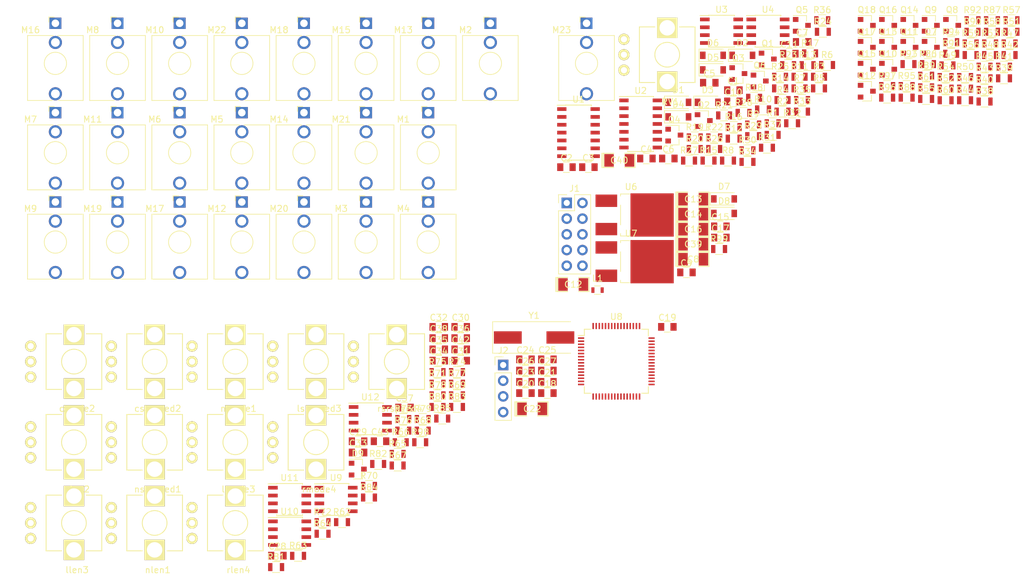
<source format=kicad_pcb>
(kicad_pcb (version 20171130) (host pcbnew 5.0.2+dfsg1-1)
  (layers (0 F.Cu signal) (31 B.Cu signal) (34 B.Paste user) (35 F.Paste user) (36 B.SilkS user) (37 F.SilkS user) (38 B.Mask user) (39 F.Mask user) (44 Edge.Cuts user))
  (net 0 "")
  (net 1 +12V)
  (net 2 GND)
  (net 3 -12V)
  (net 4 "Net-(C7-Pad2)")
  (net 5 "Net-(C7-Pad1)")
  (net 6 +3.3VA)
  (net 7 "Net-(C12-Pad1)")
  (net 8 5volts)
  (net 9 +3V3)
  (net 10 "Net-(C19-Pad1)")
  (net 11 "Net-(C20-Pad1)")
  (net 12 "Net-(C21-Pad1)")
  (net 13 "Net-(C22-Pad1)")
  (net 14 "Net-(C30-Pad2)")
  (net 15 ADC0)
  (net 16 ADC9)
  (net 17 "Net-(C31-Pad2)")
  (net 18 ADC3)
  (net 19 "Net-(C32-Pad2)")
  (net 20 "Net-(C33-Pad2)")
  (net 21 ADC6)
  (net 22 ADC1)
  (net 23 "Net-(C34-Pad2)")
  (net 24 "Net-(C35-Pad2)")
  (net 25 ADC10)
  (net 26 "Net-(C36-Pad2)")
  (net 27 ADC4)
  (net 28 "Net-(C37-Pad2)")
  (net 29 ADC7)
  (net 30 AREF-10)
  (net 31 -12VA)
  (net 32 "Net-(C40-Pad1)")
  (net 33 "Net-(R77-Pad2)")
  (net 34 ADC11)
  (net 35 "Net-(R65-Pad2)")
  (net 36 "Net-(D1-Pad2)")
  (net 37 "Net-(D1-Pad1)")
  (net 38 "Net-(D2-Pad2)")
  (net 39 "Net-(D2-Pad1)")
  (net 40 "Net-(D3-Pad1)")
  (net 41 "Net-(D3-Pad2)")
  (net 42 "Net-(D4-Pad2)")
  (net 43 "Net-(D4-Pad1)")
  (net 44 "Net-(D5-Pad1)")
  (net 45 "Net-(D5-Pad2)")
  (net 46 "Net-(D6-Pad1)")
  (net 47 "Net-(D6-Pad2)")
  (net 48 "Net-(D7-Pad1)")
  (net 49 "Net-(D8-Pad2)")
  (net 50 /micro/SWDIO)
  (net 51 /micro/SWCLK)
  (net 52 "Net-(R79-Pad2)")
  (net 53 ADC5)
  (net 54 "Net-(R67-Pad2)")
  (net 55 NSPEED_IN)
  (net 56 CLEN_IN)
  (net 57 CSPEED_IN)
  (net 58 NLEN_IN)
  (net 59 RSROUT1)
  (net 60 LSROUT1)
  (net 61 CSROUT1)
  (net 62 RLEN_IN)
  (net 63 RSPEED_IN)
  (net 64 LLEN_IN)
  (net 65 LSPEED_IN)
  (net 66 RSROUT2)
  (net 67 LSROUT2)
  (net 68 NSRCLK)
  (net 69 RSR)
  (net 70 LSR)
  (net 71 ADC_IN)
  (net 72 DAC_OUT)
  (net 73 RSRCLK)
  (net 74 TIM1_CH1)
  (net 75 LSRCLK)
  (net 76 CSRCLK)
  (net 77 "Net-(M23-Pad2)")
  (net 78 "Net-(M23-Pad3)")
  (net 79 "Net-(R75-Pad2)")
  (net 80 ADC2)
  (net 81 "Net-(R63-Pad2)")
  (net 82 "Net-(Q1-Pad1)")
  (net 83 MSB_IN)
  (net 84 "Net-(Q2-Pad1)")
  (net 85 5_IN)
  (net 86 "Net-(Q3-Pad1)")
  (net 87 4_IN)
  (net 88 "Net-(Q4-Pad1)")
  (net 89 3_IN)
  (net 90 2_IN)
  (net 91 "Net-(Q5-Pad1)")
  (net 92 1_IN)
  (net 93 "Net-(Q6-Pad1)")
  (net 94 "Net-(Q7-Pad1)")
  (net 95 LSRIN)
  (net 96 "Net-(Q8-Pad1)")
  (net 97 "Net-(Q9-Pad1)")
  (net 98 "Net-(Q10-Pad1)")
  (net 99 LSRCLKIN)
  (net 100 "Net-(Q11-Pad1)")
  (net 101 RSRIN)
  (net 102 "Net-(Q12-Pad1)")
  (net 103 "Net-(Q13-Pad1)")
  (net 104 "Net-(Q14-Pad1)")
  (net 105 RSRCLKIN)
  (net 106 "Net-(Q15-Pad1)")
  (net 107 "Net-(Q16-Pad1)")
  (net 108 NSRCLKIN)
  (net 109 "Net-(Q17-Pad1)")
  (net 110 CSRCLKIN)
  (net 111 "Net-(Q18-Pad1)")
  (net 112 "Net-(R1-Pad1)")
  (net 113 "Net-(R11-Pad2)")
  (net 114 /ADCREF)
  (net 115 "Net-(R4-Pad2)")
  (net 116 "Net-(R5-Pad2)")
  (net 117 "Net-(R6-Pad2)")
  (net 118 "Net-(R7-Pad2)")
  (net 119 "Net-(R8-Pad2)")
  (net 120 "Net-(R10-Pad1)")
  (net 121 "Net-(R11-Pad1)")
  (net 122 "Net-(R12-Pad1)")
  (net 123 /buf_out)
  (net 124 DAC_MC_OUT)
  (net 125 PULSE1OUT)
  (net 126 PULSE2OUT)
  (net 127 PULSE3OUT)
  (net 128 PULSE4OUT)
  (net 129 "Net-(R69-Pad2)")
  (net 130 "Net-(R81-Pad2)")
  (net 131 PULSE5OUT)
  (net 132 PULSE6OUT)
  (net 133 ADC8)
  (net 134 CSROUT2)
  (net 135 PULSE8OUT)
  (net 136 PULSE7OUT)
  (net 137 PULSE10OUT)
  (net 138 PULSE9OUT)
  (net 139 PULSE11OUT)
  (module Capacitors_SMD:C_0805 (layer F.Cu) (at 280.375001 61.250001)
    (fp_text reference C1 (at 0 -1.5) (layer F.SilkS))
    (fp_text value 100nF)
    (pad 1 smd rect (at -1 0) (size 1 1.25) (layers F.Cu F.Paste F.Mask) (net 1 +12V))
    (pad 2 smd rect (at 1 0) (size 1 1.25) (layers F.Cu F.Paste F.Mask) (net 2 GND))
  )
  (module Capacitors_SMD:C_0805 (layer F.Cu) (at 253.375001 73.700001)
    (fp_text reference C2 (at 0 -1.5) (layer F.SilkS))
    (fp_text value 100nF)
    (pad 2 smd rect (at 1 0) (size 1 1.25) (layers F.Cu F.Paste F.Mask) (net 2 GND))
    (pad 1 smd rect (at -1 0) (size 1 1.25) (layers F.Cu F.Paste F.Mask) (net 1 +12V))
  )
  (module Capacitors_SMD:C_0805 (layer F.Cu) (at 256.925001 73.700001)
    (fp_text reference C3 (at 0 -1.5) (layer F.SilkS))
    (fp_text value 100nF)
    (pad 2 smd rect (at 1 0) (size 1 1.25) (layers F.Cu F.Paste F.Mask) (net 2 GND))
    (pad 1 smd rect (at -1 0) (size 1 1.25) (layers F.Cu F.Paste F.Mask) (net 3 -12V))
  )
  (module Capacitors_SMD:C_0805 (layer F.Cu) (at 266.305001 72.300001)
    (fp_text reference C4 (at 0 -1.5) (layer F.SilkS))
    (fp_text value 100nF)
    (pad 2 smd rect (at 1 0) (size 1 1.25) (layers F.Cu F.Paste F.Mask) (net 2 GND))
    (pad 1 smd rect (at -1 0) (size 1 1.25) (layers F.Cu F.Paste F.Mask) (net 3 -12V))
  )
  (module Capacitors_SMD:C_0805 (layer F.Cu) (at 276.475001 60.050001)
    (fp_text reference C5 (at 0 -1.5) (layer F.SilkS))
    (fp_text value 100nF)
    (pad 1 smd rect (at -1 0) (size 1 1.25) (layers F.Cu F.Paste F.Mask) (net 1 +12V))
    (pad 2 smd rect (at 1 0) (size 1 1.25) (layers F.Cu F.Paste F.Mask) (net 2 GND))
  )
  (module Capacitors_SMD:C_0805 (layer F.Cu) (at 269.855001 72.300001)
    (fp_text reference C6 (at 0 -1.5) (layer F.SilkS))
    (fp_text value 100nF)
    (pad 1 smd rect (at -1 0) (size 1 1.25) (layers F.Cu F.Paste F.Mask) (net 3 -12V))
    (pad 2 smd rect (at 1 0) (size 1 1.25) (layers F.Cu F.Paste F.Mask) (net 2 GND))
  )
  (module Capacitors_SMD:C_0805 (layer F.Cu) (at 291.495001 53.450001)
    (fp_text reference C7 (at 0 -1.5) (layer F.SilkS))
    (fp_text value 47pF)
    (pad 2 smd rect (at 1 0) (size 1 1.25) (layers F.Cu F.Paste F.Mask) (net 4 "Net-(C7-Pad2)"))
    (pad 1 smd rect (at -1 0) (size 1 1.25) (layers F.Cu F.Paste F.Mask) (net 5 "Net-(C7-Pad1)"))
  )
  (module SMD_Packages:SMD-1206_Pol (layer F.Cu) (at 273.879001 88.598001)
    (fp_text reference C8 (at 0 0) (layer F.SilkS))
    (fp_text value 10uF)
    (pad 2 smd rect (at 1.651 0) (size 1.524 2.032) (layers F.Cu F.Paste F.Mask) (net 2 GND))
    (pad 1 smd rect (at -1.651 0) (size 1.524 2.032) (layers F.Cu F.Paste F.Mask) (net 6 +3.3VA))
  )
  (module Capacitors_SMD:C_0805 (layer F.Cu) (at 272.785001 90.720001)
    (fp_text reference C9 (at 0 -1.5) (layer F.SilkS))
    (fp_text value 100nF)
    (pad 2 smd rect (at 1 0) (size 1 1.25) (layers F.Cu F.Paste F.Mask) (net 2 GND))
    (pad 1 smd rect (at -1 0) (size 1 1.25) (layers F.Cu F.Paste F.Mask) (net 6 +3.3VA))
  )
  (module Capacitors_SMD:C_0805 (layer F.Cu) (at 280.375001 63.070001)
    (fp_text reference C10 (at 0 -1.5) (layer F.SilkS))
    (fp_text value 100nF)
    (pad 2 smd rect (at 1 0) (size 1 1.25) (layers F.Cu F.Paste F.Mask) (net 2 GND))
    (pad 1 smd rect (at -1 0) (size 1 1.25) (layers F.Cu F.Paste F.Mask) (net 1 +12V))
  )
  (module Capacitors_SMD:C_0805 (layer F.Cu) (at 289.425001 55.350001)
    (fp_text reference C11 (at 0 -1.5) (layer F.SilkS))
    (fp_text value 100nF)
    (pad 1 smd rect (at -1 0) (size 1 1.25) (layers F.Cu F.Paste F.Mask) (net 3 -12V))
    (pad 2 smd rect (at 1 0) (size 1 1.25) (layers F.Cu F.Paste F.Mask) (net 2 GND))
  )
  (module SMD_Packages:SMD-1206_Pol (layer F.Cu) (at 254.469001 92.678001)
    (fp_text reference C12 (at 0 0) (layer F.SilkS))
    (fp_text value 10uF)
    (pad 1 smd rect (at -1.651 0) (size 1.524 2.032) (layers F.Cu F.Paste F.Mask) (net 7 "Net-(C12-Pad1)"))
    (pad 2 smd rect (at 1.651 0) (size 1.524 2.032) (layers F.Cu F.Paste F.Mask) (net 3 -12V))
  )
  (module SMD_Packages:SMD-1206_Pol (layer F.Cu) (at 273.879001 78.878001)
    (fp_text reference C13 (at 0 0) (layer F.SilkS))
    (fp_text value 10uF)
    (pad 2 smd rect (at 1.651 0) (size 1.524 2.032) (layers F.Cu F.Paste F.Mask) (net 7 "Net-(C12-Pad1)"))
    (pad 1 smd rect (at -1.651 0) (size 1.524 2.032) (layers F.Cu F.Paste F.Mask) (net 1 +12V))
  )
  (module SMD_Packages:SMD-1206_Pol (layer F.Cu) (at 273.879001 81.308001)
    (fp_text reference C14 (at 0 0) (layer F.SilkS))
    (fp_text value 10uF)
    (pad 1 smd rect (at -1.651 0) (size 1.524 2.032) (layers F.Cu F.Paste F.Mask) (net 8 5volts))
    (pad 2 smd rect (at 1.651 0) (size 1.524 2.032) (layers F.Cu F.Paste F.Mask) (net 2 GND))
  )
  (module Capacitors_SMD:C_0805 (layer F.Cu) (at 278.265001 83.270001)
    (fp_text reference C15 (at 0 -1.5) (layer F.SilkS))
    (fp_text value 100nF)
    (pad 2 smd rect (at 1 0) (size 1 1.25) (layers F.Cu F.Paste F.Mask) (net 2 GND))
    (pad 1 smd rect (at -1 0) (size 1 1.25) (layers F.Cu F.Paste F.Mask) (net 8 5volts))
  )
  (module SMD_Packages:SMD-1206_Pol (layer F.Cu) (at 273.879001 83.738001)
    (fp_text reference C16 (at 0 0) (layer F.SilkS))
    (fp_text value 10uF)
    (pad 2 smd rect (at 1.651 0) (size 1.524 2.032) (layers F.Cu F.Paste F.Mask) (net 2 GND))
    (pad 1 smd rect (at -1.651 0) (size 1.524 2.032) (layers F.Cu F.Paste F.Mask) (net 9 +3V3))
  )
  (module Capacitors_SMD:C_0805 (layer F.Cu) (at 278.265001 85.090001)
    (fp_text reference C17 (at 0 -1.5) (layer F.SilkS))
    (fp_text value 100nF)
    (pad 1 smd rect (at -1 0) (size 1 1.25) (layers F.Cu F.Paste F.Mask) (net 9 +3V3))
    (pad 2 smd rect (at 1 0) (size 1 1.25) (layers F.Cu F.Paste F.Mask) (net 2 GND))
  )
  (module Capacitors_SMD:C_0805 (layer F.Cu) (at 250.295001 110.240001)
    (fp_text reference C18 (at 0 -1.5) (layer F.SilkS))
    (fp_text value 100nF)
    (pad 1 smd rect (at -1 0) (size 1 1.25) (layers F.Cu F.Paste F.Mask) (net 6 +3.3VA))
    (pad 2 smd rect (at 1 0) (size 1 1.25) (layers F.Cu F.Paste F.Mask) (net 2 GND))
  )
  (module Capacitors_SMD:C_0805 (layer F.Cu) (at 269.695001 99.530001)
    (fp_text reference C19 (at 0 -1.5) (layer F.SilkS))
    (fp_text value 18pF)
    (pad 2 smd rect (at 1 0) (size 1 1.25) (layers F.Cu F.Paste F.Mask) (net 2 GND))
    (pad 1 smd rect (at -1 0) (size 1 1.25) (layers F.Cu F.Paste F.Mask) (net 10 "Net-(C19-Pad1)"))
  )
  (module Capacitors_SMD:C_0805 (layer F.Cu) (at 246.745001 110.240001)
    (fp_text reference C20 (at 0 -1.5) (layer F.SilkS))
    (fp_text value 18pF)
    (pad 1 smd rect (at -1 0) (size 1 1.25) (layers F.Cu F.Paste F.Mask) (net 11 "Net-(C20-Pad1)"))
    (pad 2 smd rect (at 1 0) (size 1 1.25) (layers F.Cu F.Paste F.Mask) (net 2 GND))
  )
  (module Capacitors_SMD:C_0805 (layer F.Cu) (at 250.295001 108.420001)
    (fp_text reference C21 (at 0 -1.5) (layer F.SilkS))
    (fp_text value 100nF)
    (pad 1 smd rect (at -1 0) (size 1 1.25) (layers F.Cu F.Paste F.Mask) (net 12 "Net-(C21-Pad1)"))
    (pad 2 smd rect (at 1 0) (size 1 1.25) (layers F.Cu F.Paste F.Mask) (net 2 GND))
  )
  (module SMD_Packages:SMD-1206_Pol (layer F.Cu) (at 247.839001 112.788001)
    (fp_text reference C22 (at 0 0) (layer F.SilkS))
    (fp_text value 4.7uF)
    (pad 2 smd rect (at 1.651 0) (size 1.524 2.032) (layers F.Cu F.Paste F.Mask) (net 2 GND))
    (pad 1 smd rect (at -1.651 0) (size 1.524 2.032) (layers F.Cu F.Paste F.Mask) (net 13 "Net-(C22-Pad1)"))
  )
  (module Capacitors_SMD:C_0805 (layer F.Cu) (at 246.745001 108.420001)
    (fp_text reference C23 (at 0 -1.5) (layer F.SilkS))
    (fp_text value 100nF)
    (pad 2 smd rect (at 1 0) (size 1 1.25) (layers F.Cu F.Paste F.Mask) (net 2 GND))
    (pad 1 smd rect (at -1 0) (size 1 1.25) (layers F.Cu F.Paste F.Mask) (net 9 +3V3))
  )
  (module Capacitors_SMD:C_0805 (layer F.Cu) (at 246.745001 104.780001)
    (fp_text reference C24 (at 0 -1.5) (layer F.SilkS))
    (fp_text value 100nF)
    (pad 1 smd rect (at -1 0) (size 1 1.25) (layers F.Cu F.Paste F.Mask) (net 9 +3V3))
    (pad 2 smd rect (at 1 0) (size 1 1.25) (layers F.Cu F.Paste F.Mask) (net 2 GND))
  )
  (module Capacitors_SMD:C_0805 (layer F.Cu) (at 250.295001 104.780001)
    (fp_text reference C25 (at 0 -1.5) (layer F.SilkS))
    (fp_text value 100nF)
    (pad 2 smd rect (at 1 0) (size 1 1.25) (layers F.Cu F.Paste F.Mask) (net 2 GND))
    (pad 1 smd rect (at -1 0) (size 1 1.25) (layers F.Cu F.Paste F.Mask) (net 9 +3V3))
  )
  (module Capacitors_SMD:C_0805 (layer F.Cu) (at 246.745001 106.600001)
    (fp_text reference C26 (at 0 -1.5) (layer F.SilkS))
    (fp_text value 100nF)
    (pad 1 smd rect (at -1 0) (size 1 1.25) (layers F.Cu F.Paste F.Mask) (net 9 +3V3))
    (pad 2 smd rect (at 1 0) (size 1 1.25) (layers F.Cu F.Paste F.Mask) (net 2 GND))
  )
  (module Capacitors_SMD:C_0805 (layer F.Cu) (at 250.295001 106.600001)
    (fp_text reference C27 (at 0 -1.5) (layer F.SilkS))
    (fp_text value 100nF)
    (pad 1 smd rect (at -1 0) (size 1 1.25) (layers F.Cu F.Paste F.Mask) (net 9 +3V3))
    (pad 2 smd rect (at 1 0) (size 1 1.25) (layers F.Cu F.Paste F.Mask) (net 2 GND))
  )
  (module Capacitors_SMD:C_0805 (layer F.Cu) (at 206.625001 136.530001)
    (fp_text reference C28 (at 0 -1.5) (layer F.SilkS))
    (fp_text value 100N)
    (pad 2 smd rect (at 1 0) (size 1 1.25) (layers F.Cu F.Paste F.Mask) (net 9 +3V3))
    (pad 1 smd rect (at -1 0) (size 1 1.25) (layers F.Cu F.Paste F.Mask) (net 2 GND))
  )
  (module Capacitors_SMD:C_0805 (layer F.Cu) (at 219.675001 118.030001)
    (fp_text reference C29 (at 0 -1.5) (layer F.SilkS))
    (fp_text value 100N)
    (pad 1 smd rect (at -1 0) (size 1 1.25) (layers F.Cu F.Paste F.Mask) (net 2 GND))
    (pad 2 smd rect (at 1 0) (size 1 1.25) (layers F.Cu F.Paste F.Mask) (net 9 +3V3))
  )
  (module Capacitors_SMD:C_0805 (layer F.Cu) (at 236.275001 99.530001)
    (fp_text reference C30 (at 0 -1.5) (layer F.SilkS))
    (fp_text value 1nF)
    (pad 2 smd rect (at 1 0) (size 1 1.25) (layers F.Cu F.Paste F.Mask) (net 14 "Net-(C30-Pad2)"))
    (pad 1 smd rect (at -1 0) (size 1 1.25) (layers F.Cu F.Paste F.Mask) (net 15 ADC0))
  )
  (module Capacitors_SMD:C_0805 (layer F.Cu) (at 236.275001 104.990001)
    (fp_text reference C31 (at 0 -1.5) (layer F.SilkS))
    (fp_text value 1nF)
    (pad 1 smd rect (at -1 0) (size 1 1.25) (layers F.Cu F.Paste F.Mask) (net 16 ADC9))
    (pad 2 smd rect (at 1 0) (size 1 1.25) (layers F.Cu F.Paste F.Mask) (net 17 "Net-(C31-Pad2)"))
  )
  (module Capacitors_SMD:C_0805 (layer F.Cu) (at 232.725001 99.530001)
    (fp_text reference C32 (at 0 -1.5) (layer F.SilkS))
    (fp_text value 1nF)
    (pad 1 smd rect (at -1 0) (size 1 1.25) (layers F.Cu F.Paste F.Mask) (net 18 ADC3))
    (pad 2 smd rect (at 1 0) (size 1 1.25) (layers F.Cu F.Paste F.Mask) (net 19 "Net-(C32-Pad2)"))
  )
  (module Capacitors_SMD:C_0805 (layer F.Cu) (at 219.675001 119.850001)
    (fp_text reference C33 (at 0 -1.5) (layer F.SilkS))
    (fp_text value 1nF)
    (pad 2 smd rect (at 1 0) (size 1 1.25) (layers F.Cu F.Paste F.Mask) (net 20 "Net-(C33-Pad2)"))
    (pad 1 smd rect (at -1 0) (size 1 1.25) (layers F.Cu F.Paste F.Mask) (net 21 ADC6))
  )
  (module Capacitors_SMD:C_0805 (layer F.Cu) (at 232.725001 104.990001)
    (fp_text reference C34 (at 0 -1.5) (layer F.SilkS))
    (fp_text value 1nF)
    (pad 1 smd rect (at -1 0) (size 1 1.25) (layers F.Cu F.Paste F.Mask) (net 22 ADC1))
    (pad 2 smd rect (at 1 0) (size 1 1.25) (layers F.Cu F.Paste F.Mask) (net 23 "Net-(C34-Pad2)"))
  )
  (module Capacitors_SMD:C_0805 (layer F.Cu) (at 232.725001 103.170001)
    (fp_text reference C35 (at 0 -1.5) (layer F.SilkS))
    (fp_text value 1nF)
    (pad 2 smd rect (at 1 0) (size 1 1.25) (layers F.Cu F.Paste F.Mask) (net 24 "Net-(C35-Pad2)"))
    (pad 1 smd rect (at -1 0) (size 1 1.25) (layers F.Cu F.Paste F.Mask) (net 25 ADC10))
  )
  (module Capacitors_SMD:C_0805 (layer F.Cu) (at 236.275001 101.350001)
    (fp_text reference C36 (at 0 -1.5) (layer F.SilkS))
    (fp_text value 1nF)
    (pad 2 smd rect (at 1 0) (size 1 1.25) (layers F.Cu F.Paste F.Mask) (net 26 "Net-(C36-Pad2)"))
    (pad 1 smd rect (at -1 0) (size 1 1.25) (layers F.Cu F.Paste F.Mask) (net 27 ADC4))
  )
  (module Capacitors_SMD:C_0805 (layer F.Cu) (at 227.185001 112.580001)
    (fp_text reference C37 (at 0 -1.5) (layer F.SilkS))
    (fp_text value 1nF)
    (pad 2 smd rect (at 1 0) (size 1 1.25) (layers F.Cu F.Paste F.Mask) (net 28 "Net-(C37-Pad2)"))
    (pad 1 smd rect (at -1 0) (size 1 1.25) (layers F.Cu F.Paste F.Mask) (net 29 ADC7))
  )
  (module Capacitors_SMD:C_0805 (layer F.Cu) (at 232.725001 101.350001)
    (fp_text reference C38 (at 0 -1.5) (layer F.SilkS))
    (fp_text value 100N)
    (pad 1 smd rect (at -1 0) (size 1 1.25) (layers F.Cu F.Paste F.Mask) (net 2 GND))
    (pad 2 smd rect (at 1 0) (size 1 1.25) (layers F.Cu F.Paste F.Mask) (net 30 AREF-10))
  )
  (module SMD_Packages:SMD-1206_Pol (layer F.Cu) (at 273.879001 86.168001)
    (fp_text reference C39 (at 0 0) (layer F.SilkS))
    (fp_text value 10uF)
    (pad 1 smd rect (at -1.651 0) (size 1.524 2.032) (layers F.Cu F.Paste F.Mask) (net 2 GND))
    (pad 2 smd rect (at 1.651 0) (size 1.524 2.032) (layers F.Cu F.Paste F.Mask) (net 31 -12VA))
  )
  (module SMD_Packages:SMD-1206_Pol (layer F.Cu) (at 261.919001 72.608001)
    (fp_text reference C40 (at 0 0) (layer F.SilkS))
    (fp_text value 1uF)
    (pad 1 smd rect (at -1.651 0) (size 1.524 2.032) (layers F.Cu F.Paste F.Mask) (net 32 "Net-(C40-Pad1)"))
    (pad 2 smd rect (at 1.651 0) (size 1.524 2.032) (layers F.Cu F.Paste F.Mask) (net 2 GND))
  )
  (module Capacitors_SMD:C_0805 (layer F.Cu) (at 236.275001 103.170001)
    (fp_text reference C42 (at 0 -1.5) (layer F.SilkS))
    (fp_text value 100N)
    (pad 1 smd rect (at -1 0) (size 1 1.25) (layers F.Cu F.Paste F.Mask) (net 2 GND))
    (pad 2 smd rect (at 1 0) (size 1 1.25) (layers F.Cu F.Paste F.Mask) (net 9 +3V3))
  )
  (module Capacitors_SMD:C_0805 (layer F.Cu) (at 223.225001 118.030001)
    (fp_text reference C43 (at 0 -1.5) (layer F.SilkS))
    (fp_text value 100N)
    (pad 2 smd rect (at 1 0) (size 1 1.25) (layers F.Cu F.Paste F.Mask) (net 9 +3V3))
    (pad 1 smd rect (at -1 0) (size 1 1.25) (layers F.Cu F.Paste F.Mask) (net 2 GND))
  )
  (module new_kicad:Potentiometer_Alps-RK09 (layer F.Cu) (at 173.725001 118.195001)
    (fp_text reference clen2 (at 0.5 7.6 180) (layer F.SilkS))
    (fp_text value 10K)
    (pad 5 thru_hole rect (at 0 4.35 270) (size 3.3 3.3) (drill 2.5) (layers *.Cu *.Mask F.SilkS))
    (pad 4 thru_hole rect (at 0 -4.35 270) (size 3.3 3.3) (drill 2.5) (layers *.Cu *.Mask F.SilkS))
    (pad 3 thru_hole circle (at -7 2.5 270) (size 1.8 1.8) (drill 1) (layers *.Cu *.Mask F.SilkS) (net 2 GND))
    (pad 2 thru_hole circle (at -7 0 270) (size 1.8 1.8) (drill 1) (layers *.Cu *.Mask F.SilkS) (net 33 "Net-(R77-Pad2)"))
    (pad 1 thru_hole circle (at -7 -2.5 270) (size 1.8 1.8) (drill 1) (layers *.Cu *.Mask F.SilkS) (net 30 AREF-10))
  )
  (module new_kicad:Potentiometer_Alps-RK09 (layer F.Cu) (at 173.725001 105.145001)
    (fp_text reference cmode2 (at 0.5 7.6 180) (layer F.SilkS))
    (fp_text value 10K)
    (pad 1 thru_hole circle (at -7 -2.5 270) (size 1.8 1.8) (drill 1) (layers *.Cu *.Mask F.SilkS) (net 6 +3.3VA))
    (pad 2 thru_hole circle (at -7 0 270) (size 1.8 1.8) (drill 1) (layers *.Cu *.Mask F.SilkS) (net 34 ADC11))
    (pad 3 thru_hole circle (at -7 2.5 270) (size 1.8 1.8) (drill 1) (layers *.Cu *.Mask F.SilkS) (net 2 GND))
    (pad 4 thru_hole rect (at 0 -4.35 270) (size 3.3 3.3) (drill 2.5) (layers *.Cu *.Mask F.SilkS))
    (pad 5 thru_hole rect (at 0 4.35 270) (size 3.3 3.3) (drill 2.5) (layers *.Cu *.Mask F.SilkS))
  )
  (module new_kicad:Potentiometer_Alps-RK09 (layer F.Cu) (at 186.775001 105.145001)
    (fp_text reference csrspeed2 (at 0.5 7.6 180) (layer F.SilkS))
    (fp_text value 10K)
    (pad 5 thru_hole rect (at 0 4.35 270) (size 3.3 3.3) (drill 2.5) (layers *.Cu *.Mask F.SilkS))
    (pad 4 thru_hole rect (at 0 -4.35 270) (size 3.3 3.3) (drill 2.5) (layers *.Cu *.Mask F.SilkS))
    (pad 3 thru_hole circle (at -7 2.5 270) (size 1.8 1.8) (drill 1) (layers *.Cu *.Mask F.SilkS) (net 2 GND))
    (pad 2 thru_hole circle (at -7 0 270) (size 1.8 1.8) (drill 1) (layers *.Cu *.Mask F.SilkS) (net 35 "Net-(R65-Pad2)"))
    (pad 1 thru_hole circle (at -7 -2.5 270) (size 1.8 1.8) (drill 1) (layers *.Cu *.Mask F.SilkS) (net 30 AREF-10))
  )
  (module Diodes_SMD:D_SOD-123 (layer F.Cu) (at 271.475001 63.215001)
    (fp_text reference D1 (at 0 -2) (layer F.SilkS))
    (fp_text value 4148)
    (pad 2 smd rect (at 1.65 0) (size 0.9 1.2) (layers F.Cu F.Paste F.Mask) (net 36 "Net-(D1-Pad2)"))
    (pad 1 smd rect (at -1.65 0) (size 0.9 1.2) (layers F.Cu F.Paste F.Mask) (net 37 "Net-(D1-Pad1)"))
  )
  (module Diodes_SMD:D_SOD-123 (layer F.Cu) (at 281.825001 55.615001)
    (fp_text reference D2 (at 0 -2) (layer F.SilkS))
    (fp_text value 4148)
    (pad 2 smd rect (at 1.65 0) (size 0.9 1.2) (layers F.Cu F.Paste F.Mask) (net 38 "Net-(D2-Pad2)"))
    (pad 1 smd rect (at -1.65 0) (size 0.9 1.2) (layers F.Cu F.Paste F.Mask) (net 39 "Net-(D2-Pad1)"))
  )
  (module Diodes_SMD:D_SOD-123 (layer F.Cu) (at 276.225001 63.215001)
    (fp_text reference D3 (at 0 -2) (layer F.SilkS))
    (fp_text value 4148)
    (pad 1 smd rect (at -1.65 0) (size 0.9 1.2) (layers F.Cu F.Paste F.Mask) (net 40 "Net-(D3-Pad1)"))
    (pad 2 smd rect (at 1.65 0) (size 0.9 1.2) (layers F.Cu F.Paste F.Mask) (net 41 "Net-(D3-Pad2)"))
  )
  (module Diodes_SMD:D_SOD-123 (layer F.Cu) (at 271.475001 65.565001)
    (fp_text reference D4 (at 0 -2) (layer F.SilkS))
    (fp_text value 4148)
    (pad 2 smd rect (at 1.65 0) (size 0.9 1.2) (layers F.Cu F.Paste F.Mask) (net 42 "Net-(D4-Pad2)"))
    (pad 1 smd rect (at -1.65 0) (size 0.9 1.2) (layers F.Cu F.Paste F.Mask) (net 43 "Net-(D4-Pad1)"))
  )
  (module Diodes_SMD:D_SOD-123 (layer F.Cu) (at 277.075001 57.965001)
    (fp_text reference D5 (at 0 -2) (layer F.SilkS))
    (fp_text value 4148)
    (pad 1 smd rect (at -1.65 0) (size 0.9 1.2) (layers F.Cu F.Paste F.Mask) (net 44 "Net-(D5-Pad1)"))
    (pad 2 smd rect (at 1.65 0) (size 0.9 1.2) (layers F.Cu F.Paste F.Mask) (net 45 "Net-(D5-Pad2)"))
  )
  (module Diodes_SMD:D_SOD-123 (layer F.Cu) (at 277.075001 55.615001)
    (fp_text reference D6 (at 0 -2) (layer F.SilkS))
    (fp_text value 4148)
    (pad 1 smd rect (at -1.65 0) (size 0.9 1.2) (layers F.Cu F.Paste F.Mask) (net 46 "Net-(D6-Pad1)"))
    (pad 2 smd rect (at 1.65 0) (size 0.9 1.2) (layers F.Cu F.Paste F.Mask) (net 47 "Net-(D6-Pad2)"))
  )
  (module Diodes_SMD:D_SOD-123 (layer F.Cu) (at 278.865001 78.835001)
    (fp_text reference D7 (at 0 -2) (layer F.SilkS))
    (fp_text value D)
    (pad 1 smd rect (at -1.65 0) (size 0.9 1.2) (layers F.Cu F.Paste F.Mask) (net 48 "Net-(D7-Pad1)"))
    (pad 2 smd rect (at 1.65 0) (size 0.9 1.2) (layers F.Cu F.Paste F.Mask) (net 3 -12V))
  )
  (module Diodes_SMD:D_SOD-123 (layer F.Cu) (at 278.865001 81.185001)
    (fp_text reference D8 (at 0 -2) (layer F.SilkS))
    (fp_text value D)
    (pad 2 smd rect (at 1.65 0) (size 0.9 1.2) (layers F.Cu F.Paste F.Mask) (net 49 "Net-(D8-Pad2)"))
    (pad 1 smd rect (at -1.65 0) (size 0.9 1.2) (layers F.Cu F.Paste F.Mask) (net 1 +12V))
  )
  (module TO_SOT_Packages_SMD:SOT-23 (layer F.Cu) (at 219.625001 122.535001)
    (fp_text reference D9 (at 0 -2.5) (layer F.SilkS))
    (fp_text value LM4040)
    (pad 3 smd rect (at 1 0) (size 0.9 0.8) (layers F.Cu F.Paste F.Mask))
    (pad 2 smd rect (at -1 0.95) (size 0.9 0.8) (layers F.Cu F.Paste F.Mask) (net 30 AREF-10))
    (pad 1 smd rect (at -1 -0.95) (size 0.9 0.8) (layers F.Cu F.Paste F.Mask) (net 2 GND))
  )
  (module Pin_Headers:Pin_Header_Straight_2x05_Pitch2.54mm (layer F.Cu) (at 253.425001 79.485001)
    (fp_text reference J1 (at 1.27 -2.33) (layer F.SilkS))
    (fp_text value Conn_02x05_Odd_Even)
    (pad 1 thru_hole rect (at 0 0) (size 1.7 1.7) (drill 1) (layers *.Cu *.Mask) (net 49 "Net-(D8-Pad2)"))
    (pad 2 thru_hole oval (at 2.54 0) (size 1.7 1.7) (drill 1) (layers *.Cu *.Mask) (net 49 "Net-(D8-Pad2)"))
    (pad 3 thru_hole oval (at 0 2.54) (size 1.7 1.7) (drill 1) (layers *.Cu *.Mask) (net 7 "Net-(C12-Pad1)"))
    (pad 4 thru_hole oval (at 2.54 2.54) (size 1.7 1.7) (drill 1) (layers *.Cu *.Mask) (net 2 GND))
    (pad 5 thru_hole oval (at 0 5.08) (size 1.7 1.7) (drill 1) (layers *.Cu *.Mask) (net 7 "Net-(C12-Pad1)"))
    (pad 6 thru_hole oval (at 2.54 5.08) (size 1.7 1.7) (drill 1) (layers *.Cu *.Mask) (net 2 GND))
    (pad 7 thru_hole oval (at 0 7.62) (size 1.7 1.7) (drill 1) (layers *.Cu *.Mask) (net 7 "Net-(C12-Pad1)"))
    (pad 8 thru_hole oval (at 2.54 7.62) (size 1.7 1.7) (drill 1) (layers *.Cu *.Mask) (net 2 GND))
    (pad 9 thru_hole oval (at 0 10.16) (size 1.7 1.7) (drill 1) (layers *.Cu *.Mask) (net 48 "Net-(D7-Pad1)"))
    (pad 10 thru_hole oval (at 2.54 10.16) (size 1.7 1.7) (drill 1) (layers *.Cu *.Mask) (net 48 "Net-(D7-Pad1)"))
  )
  (module Pin_Headers:Pin_Header_Straight_1x04_Pitch2.54mm (layer F.Cu) (at 243.145001 105.695001)
    (fp_text reference J2 (at 0 -2.33) (layer F.SilkS))
    (fp_text value prog)
    (pad 1 thru_hole rect (at 0 0) (size 1.7 1.7) (drill 1) (layers *.Cu *.Mask) (net 2 GND))
    (pad 2 thru_hole oval (at 0 2.54) (size 1.7 1.7) (drill 1) (layers *.Cu *.Mask) (net 50 /micro/SWDIO))
    (pad 3 thru_hole oval (at 0 5.08) (size 1.7 1.7) (drill 1) (layers *.Cu *.Mask) (net 51 /micro/SWCLK))
    (pad 4 thru_hole oval (at 0 7.62) (size 1.7 1.7) (drill 1) (layers *.Cu *.Mask) (net 9 +3V3))
  )
  (module Inductors_SMD:L_0603 (layer F.Cu) (at 258.405001 93.585001)
    (fp_text reference L1 (at 0 -1.9) (layer F.SilkS))
    (fp_text value IND)
    (pad 2 smd rect (at 0.75 0) (size 0.5 0.9) (layers F.Cu F.Paste F.Mask) (net 6 +3.3VA))
    (pad 1 smd rect (at -0.75 0) (size 0.5 0.9) (layers F.Cu F.Paste F.Mask) (net 9 +3V3))
  )
  (module new_kicad:Potentiometer_Alps-RK09 (layer F.Cu) (at 173.725001 131.245001)
    (fp_text reference llen3 (at 0.5 7.6 180) (layer F.SilkS))
    (fp_text value 10K)
    (pad 5 thru_hole rect (at 0 4.35 270) (size 3.3 3.3) (drill 2.5) (layers *.Cu *.Mask F.SilkS))
    (pad 4 thru_hole rect (at 0 -4.35 270) (size 3.3 3.3) (drill 2.5) (layers *.Cu *.Mask F.SilkS))
    (pad 3 thru_hole circle (at -7 2.5 270) (size 1.8 1.8) (drill 1) (layers *.Cu *.Mask F.SilkS) (net 2 GND))
    (pad 2 thru_hole circle (at -7 0 270) (size 1.8 1.8) (drill 1) (layers *.Cu *.Mask F.SilkS) (net 52 "Net-(R79-Pad2)"))
    (pad 1 thru_hole circle (at -7 -2.5 270) (size 1.8 1.8) (drill 1) (layers *.Cu *.Mask F.SilkS) (net 30 AREF-10))
  )
  (module new_kicad:Potentiometer_Alps-RK09 (layer F.Cu) (at 199.825001 118.195001)
    (fp_text reference lmode3 (at 0.5 7.6 180) (layer F.SilkS))
    (fp_text value 10K)
    (pad 1 thru_hole circle (at -7 -2.5 270) (size 1.8 1.8) (drill 1) (layers *.Cu *.Mask F.SilkS) (net 6 +3.3VA))
    (pad 2 thru_hole circle (at -7 0 270) (size 1.8 1.8) (drill 1) (layers *.Cu *.Mask F.SilkS) (net 53 ADC5))
    (pad 3 thru_hole circle (at -7 2.5 270) (size 1.8 1.8) (drill 1) (layers *.Cu *.Mask F.SilkS) (net 2 GND))
    (pad 4 thru_hole rect (at 0 -4.35 270) (size 3.3 3.3) (drill 2.5) (layers *.Cu *.Mask F.SilkS))
    (pad 5 thru_hole rect (at 0 4.35 270) (size 3.3 3.3) (drill 2.5) (layers *.Cu *.Mask F.SilkS))
  )
  (module new_kicad:Potentiometer_Alps-RK09 (layer F.Cu) (at 212.875001 105.145001)
    (fp_text reference lsrspeed3 (at 0.5 7.6 180) (layer F.SilkS))
    (fp_text value 10K)
    (pad 1 thru_hole circle (at -7 -2.5 270) (size 1.8 1.8) (drill 1) (layers *.Cu *.Mask F.SilkS) (net 30 AREF-10))
    (pad 2 thru_hole circle (at -7 0 270) (size 1.8 1.8) (drill 1) (layers *.Cu *.Mask F.SilkS) (net 54 "Net-(R67-Pad2)"))
    (pad 3 thru_hole circle (at -7 2.5 270) (size 1.8 1.8) (drill 1) (layers *.Cu *.Mask F.SilkS) (net 2 GND))
    (pad 4 thru_hole rect (at 0 -4.35 270) (size 3.3 3.3) (drill 2.5) (layers *.Cu *.Mask F.SilkS))
    (pad 5 thru_hole rect (at 0 4.35 270) (size 3.3 3.3) (drill 2.5) (layers *.Cu *.Mask F.SilkS))
  )
  (module new_kicad:Jack_3.5mm_QingPu_WQP-PJ398SM_Vertical_CircularHoles (layer F.Cu) (at 231.025001 64.885001)
    (fp_text reference M1 (at -4.03 1.08 180) (layer F.SilkS))
    (fp_text value AUDIO-JACKERTHENVAR)
    (pad 2 thru_hole circle (at 0 3.1 180) (size 2.13 2.13) (drill 1.42) (layers *.Cu *.Mask))
    (pad 1 thru_hole rect (at 0 0 180) (size 1.93 1.83) (drill 1.22) (layers *.Cu *.Mask) (net 2 GND))
    (pad 3 thru_hole circle (at 0 11.4 180) (size 2.13 2.13) (drill 1.43) (layers *.Cu *.Mask) (net 55 NSPEED_IN))
  )
  (module new_kicad:Jack_3.5mm_QingPu_WQP-PJ398SM_Vertical_CircularHoles (layer F.Cu) (at 241.075001 50.435001)
    (fp_text reference M2 (at -4.03 1.08 180) (layer F.SilkS))
    (fp_text value AUDIO-JACKERTHENVAR)
    (pad 2 thru_hole circle (at 0 3.1 180) (size 2.13 2.13) (drill 1.42) (layers *.Cu *.Mask))
    (pad 1 thru_hole rect (at 0 0 180) (size 1.93 1.83) (drill 1.22) (layers *.Cu *.Mask) (net 2 GND))
    (pad 3 thru_hole circle (at 0 11.4 180) (size 2.13 2.13) (drill 1.43) (layers *.Cu *.Mask) (net 56 CLEN_IN))
  )
  (module new_kicad:Jack_3.5mm_QingPu_WQP-PJ398SM_Vertical_CircularHoles (layer F.Cu) (at 220.975001 79.335001)
    (fp_text reference M3 (at -4.03 1.08 180) (layer F.SilkS))
    (fp_text value AUDIO-JACKERTHENVAR)
    (pad 3 thru_hole circle (at 0 11.4 180) (size 2.13 2.13) (drill 1.43) (layers *.Cu *.Mask) (net 57 CSPEED_IN))
    (pad 1 thru_hole rect (at 0 0 180) (size 1.93 1.83) (drill 1.22) (layers *.Cu *.Mask) (net 2 GND))
    (pad 2 thru_hole circle (at 0 3.1 180) (size 2.13 2.13) (drill 1.42) (layers *.Cu *.Mask))
  )
  (module new_kicad:Jack_3.5mm_QingPu_WQP-PJ398SM_Vertical_CircularHoles (layer F.Cu) (at 231.025001 79.335001)
    (fp_text reference M4 (at -4.03 1.08 180) (layer F.SilkS))
    (fp_text value AUDIO-JACKERTHENVAR)
    (pad 2 thru_hole circle (at 0 3.1 180) (size 2.13 2.13) (drill 1.42) (layers *.Cu *.Mask))
    (pad 1 thru_hole rect (at 0 0 180) (size 1.93 1.83) (drill 1.22) (layers *.Cu *.Mask) (net 2 GND))
    (pad 3 thru_hole circle (at 0 11.4 180) (size 2.13 2.13) (drill 1.43) (layers *.Cu *.Mask) (net 58 NLEN_IN))
  )
  (module new_kicad:Jack_3.5mm_QingPu_WQP-PJ398SM_Vertical_CircularHoles (layer F.Cu) (at 200.875001 64.885001)
    (fp_text reference M5 (at -4.03 1.08 180) (layer F.SilkS))
    (fp_text value AUDIO-JACKERTHENVAR)
    (pad 3 thru_hole circle (at 0 11.4 180) (size 2.13 2.13) (drill 1.43) (layers *.Cu *.Mask) (net 59 RSROUT1))
    (pad 1 thru_hole rect (at 0 0 180) (size 1.93 1.83) (drill 1.22) (layers *.Cu *.Mask) (net 2 GND))
    (pad 2 thru_hole circle (at 0 3.1 180) (size 2.13 2.13) (drill 1.42) (layers *.Cu *.Mask))
  )
  (module new_kicad:Jack_3.5mm_QingPu_WQP-PJ398SM_Vertical_CircularHoles (layer F.Cu) (at 190.825001 64.885001)
    (fp_text reference M6 (at -4.03 1.08 180) (layer F.SilkS))
    (fp_text value AUDIO-JACKERTHENVAR)
    (pad 2 thru_hole circle (at 0 3.1 180) (size 2.13 2.13) (drill 1.42) (layers *.Cu *.Mask))
    (pad 1 thru_hole rect (at 0 0 180) (size 1.93 1.83) (drill 1.22) (layers *.Cu *.Mask) (net 2 GND))
    (pad 3 thru_hole circle (at 0 11.4 180) (size 2.13 2.13) (drill 1.43) (layers *.Cu *.Mask) (net 60 LSROUT1))
  )
  (module new_kicad:Jack_3.5mm_QingPu_WQP-PJ398SM_Vertical_CircularHoles (layer F.Cu) (at 170.725001 64.885001)
    (fp_text reference M7 (at -4.03 1.08 180) (layer F.SilkS))
    (fp_text value AUDIO-JACKERTHENVAR)
    (pad 3 thru_hole circle (at 0 11.4 180) (size 2.13 2.13) (drill 1.43) (layers *.Cu *.Mask) (net 61 CSROUT1))
    (pad 1 thru_hole rect (at 0 0 180) (size 1.93 1.83) (drill 1.22) (layers *.Cu *.Mask) (net 2 GND))
    (pad 2 thru_hole circle (at 0 3.1 180) (size 2.13 2.13) (drill 1.42) (layers *.Cu *.Mask))
  )
  (module new_kicad:Jack_3.5mm_QingPu_WQP-PJ398SM_Vertical_CircularHoles (layer F.Cu) (at 180.775001 50.435001)
    (fp_text reference M8 (at -4.03 1.08 180) (layer F.SilkS))
    (fp_text value AUDIO-JACKERTHENVAR)
    (pad 3 thru_hole circle (at 0 11.4 180) (size 2.13 2.13) (drill 1.43) (layers *.Cu *.Mask) (net 62 RLEN_IN))
    (pad 1 thru_hole rect (at 0 0 180) (size 1.93 1.83) (drill 1.22) (layers *.Cu *.Mask) (net 2 GND))
    (pad 2 thru_hole circle (at 0 3.1 180) (size 2.13 2.13) (drill 1.42) (layers *.Cu *.Mask))
  )
  (module new_kicad:Jack_3.5mm_QingPu_WQP-PJ398SM_Vertical_CircularHoles (layer F.Cu) (at 170.725001 79.335001)
    (fp_text reference M9 (at -4.03 1.08 180) (layer F.SilkS))
    (fp_text value AUDIO-JACKERTHENVAR)
    (pad 3 thru_hole circle (at 0 11.4 180) (size 2.13 2.13) (drill 1.43) (layers *.Cu *.Mask) (net 63 RSPEED_IN))
    (pad 1 thru_hole rect (at 0 0 180) (size 1.93 1.83) (drill 1.22) (layers *.Cu *.Mask) (net 2 GND))
    (pad 2 thru_hole circle (at 0 3.1 180) (size 2.13 2.13) (drill 1.42) (layers *.Cu *.Mask))
  )
  (module new_kicad:Jack_3.5mm_QingPu_WQP-PJ398SM_Vertical_CircularHoles (layer F.Cu) (at 190.825001 50.435001)
    (fp_text reference M10 (at -4.03 1.08 180) (layer F.SilkS))
    (fp_text value AUDIO-JACKERTHENVAR)
    (pad 2 thru_hole circle (at 0 3.1 180) (size 2.13 2.13) (drill 1.42) (layers *.Cu *.Mask))
    (pad 1 thru_hole rect (at 0 0 180) (size 1.93 1.83) (drill 1.22) (layers *.Cu *.Mask) (net 2 GND))
    (pad 3 thru_hole circle (at 0 11.4 180) (size 2.13 2.13) (drill 1.43) (layers *.Cu *.Mask) (net 64 LLEN_IN))
  )
  (module new_kicad:Jack_3.5mm_QingPu_WQP-PJ398SM_Vertical_CircularHoles (layer F.Cu) (at 180.775001 64.885001)
    (fp_text reference M11 (at -4.03 1.08 180) (layer F.SilkS))
    (fp_text value AUDIO-JACKERTHENVAR)
    (pad 3 thru_hole circle (at 0 11.4 180) (size 2.13 2.13) (drill 1.43) (layers *.Cu *.Mask) (net 65 LSPEED_IN))
    (pad 1 thru_hole rect (at 0 0 180) (size 1.93 1.83) (drill 1.22) (layers *.Cu *.Mask) (net 2 GND))
    (pad 2 thru_hole circle (at 0 3.1 180) (size 2.13 2.13) (drill 1.42) (layers *.Cu *.Mask))
  )
  (module new_kicad:Jack_3.5mm_QingPu_WQP-PJ398SM_Vertical_CircularHoles (layer F.Cu) (at 200.875001 79.335001)
    (fp_text reference M12 (at -4.03 1.08 180) (layer F.SilkS))
    (fp_text value AUDIO-JACKERTHENVAR)
    (pad 3 thru_hole circle (at 0 11.4 180) (size 2.13 2.13) (drill 1.43) (layers *.Cu *.Mask) (net 66 RSROUT2))
    (pad 1 thru_hole rect (at 0 0 180) (size 1.93 1.83) (drill 1.22) (layers *.Cu *.Mask) (net 2 GND))
    (pad 2 thru_hole circle (at 0 3.1 180) (size 2.13 2.13) (drill 1.42) (layers *.Cu *.Mask))
  )
  (module new_kicad:Jack_3.5mm_QingPu_WQP-PJ398SM_Vertical_CircularHoles (layer F.Cu) (at 231.025001 50.435001)
    (fp_text reference M13 (at -4.03 1.08 180) (layer F.SilkS))
    (fp_text value AUDIO-JACKERTHENVAR)
    (pad 2 thru_hole circle (at 0 3.1 180) (size 2.13 2.13) (drill 1.42) (layers *.Cu *.Mask))
    (pad 1 thru_hole rect (at 0 0 180) (size 1.93 1.83) (drill 1.22) (layers *.Cu *.Mask) (net 2 GND))
    (pad 3 thru_hole circle (at 0 11.4 180) (size 2.13 2.13) (drill 1.43) (layers *.Cu *.Mask) (net 134 CSROUT2))
  )
  (module new_kicad:Jack_3.5mm_QingPu_WQP-PJ398SM_Vertical_CircularHoles (layer F.Cu) (at 210.925001 64.885001)
    (fp_text reference M14 (at -4.03 1.08 180) (layer F.SilkS))
    (fp_text value AUDIO-JACKERTHENVAR)
    (pad 3 thru_hole circle (at 0 11.4 180) (size 2.13 2.13) (drill 1.43) (layers *.Cu *.Mask) (net 67 LSROUT2))
    (pad 1 thru_hole rect (at 0 0 180) (size 1.93 1.83) (drill 1.22) (layers *.Cu *.Mask) (net 2 GND))
    (pad 2 thru_hole circle (at 0 3.1 180) (size 2.13 2.13) (drill 1.42) (layers *.Cu *.Mask))
  )
  (module new_kicad:Jack_3.5mm_QingPu_WQP-PJ398SM_Vertical_CircularHoles (layer F.Cu) (at 220.975001 50.435001)
    (fp_text reference M15 (at -4.03 1.08 180) (layer F.SilkS))
    (fp_text value AUDIO-JACKERTHENVAR)
    (pad 3 thru_hole circle (at 0 11.4 180) (size 2.13 2.13) (drill 1.43) (layers *.Cu *.Mask) (net 68 NSRCLK))
    (pad 1 thru_hole rect (at 0 0 180) (size 1.93 1.83) (drill 1.22) (layers *.Cu *.Mask) (net 2 GND))
    (pad 2 thru_hole circle (at 0 3.1 180) (size 2.13 2.13) (drill 1.42) (layers *.Cu *.Mask) (net 74 TIM1_CH1))
  )
  (module new_kicad:Jack_3.5mm_QingPu_WQP-PJ398SM_Vertical_CircularHoles (layer F.Cu) (at 170.725001 50.435001)
    (fp_text reference M16 (at -4.03 1.08 180) (layer F.SilkS))
    (fp_text value AUDIO-JACKERTHENVAR)
    (pad 2 thru_hole circle (at 0 3.1 180) (size 2.13 2.13) (drill 1.42) (layers *.Cu *.Mask) (net 135 PULSE8OUT))
    (pad 1 thru_hole rect (at 0 0 180) (size 1.93 1.83) (drill 1.22) (layers *.Cu *.Mask) (net 2 GND))
    (pad 3 thru_hole circle (at 0 11.4 180) (size 2.13 2.13) (drill 1.43) (layers *.Cu *.Mask) (net 69 RSR))
  )
  (module new_kicad:Jack_3.5mm_QingPu_WQP-PJ398SM_Vertical_CircularHoles (layer F.Cu) (at 190.825001 79.335001)
    (fp_text reference M17 (at -4.03 1.08 180) (layer F.SilkS))
    (fp_text value AUDIO-JACKERTHENVAR)
    (pad 3 thru_hole circle (at 0 11.4 180) (size 2.13 2.13) (drill 1.43) (layers *.Cu *.Mask) (net 70 LSR))
    (pad 1 thru_hole rect (at 0 0 180) (size 1.93 1.83) (drill 1.22) (layers *.Cu *.Mask) (net 2 GND))
    (pad 2 thru_hole circle (at 0 3.1 180) (size 2.13 2.13) (drill 1.42) (layers *.Cu *.Mask) (net 136 PULSE7OUT))
  )
  (module new_kicad:Jack_3.5mm_QingPu_WQP-PJ398SM_Vertical_CircularHoles (layer F.Cu) (at 210.925001 50.435001)
    (fp_text reference M18 (at -4.03 1.08 180) (layer F.SilkS))
    (fp_text value AUDIO-JACKERTHENVAR)
    (pad 2 thru_hole circle (at 0 3.1 180) (size 2.13 2.13) (drill 1.42) (layers *.Cu *.Mask))
    (pad 1 thru_hole rect (at 0 0 180) (size 1.93 1.83) (drill 1.22) (layers *.Cu *.Mask) (net 2 GND))
    (pad 3 thru_hole circle (at 0 11.4 180) (size 2.13 2.13) (drill 1.43) (layers *.Cu *.Mask) (net 71 ADC_IN))
  )
  (module new_kicad:Jack_3.5mm_QingPu_WQP-PJ398SM_Vertical_CircularHoles (layer F.Cu) (at 180.775001 79.335001)
    (fp_text reference M19 (at -4.03 1.08 180) (layer F.SilkS))
    (fp_text value AUDIO-JACKERTHENVAR)
    (pad 3 thru_hole circle (at 0 11.4 180) (size 2.13 2.13) (drill 1.43) (layers *.Cu *.Mask) (net 72 DAC_OUT))
    (pad 1 thru_hole rect (at 0 0 180) (size 1.93 1.83) (drill 1.22) (layers *.Cu *.Mask) (net 2 GND))
    (pad 2 thru_hole circle (at 0 3.1 180) (size 2.13 2.13) (drill 1.42) (layers *.Cu *.Mask))
  )
  (module new_kicad:Jack_3.5mm_QingPu_WQP-PJ398SM_Vertical_CircularHoles (layer F.Cu) (at 210.925001 79.335001)
    (fp_text reference M20 (at -4.03 1.08 180) (layer F.SilkS))
    (fp_text value AUDIO-JACKERTHENVAR)
    (pad 3 thru_hole circle (at 0 11.4 180) (size 2.13 2.13) (drill 1.43) (layers *.Cu *.Mask) (net 73 RSRCLK))
    (pad 1 thru_hole rect (at 0 0 180) (size 1.93 1.83) (drill 1.22) (layers *.Cu *.Mask) (net 2 GND))
    (pad 2 thru_hole circle (at 0 3.1 180) (size 2.13 2.13) (drill 1.42) (layers *.Cu *.Mask) (net 137 PULSE10OUT))
  )
  (module new_kicad:Jack_3.5mm_QingPu_WQP-PJ398SM_Vertical_CircularHoles (layer F.Cu) (at 220.975001 64.885001)
    (fp_text reference M21 (at -4.03 1.08 180) (layer F.SilkS))
    (fp_text value AUDIO-JACKERTHENVAR)
    (pad 2 thru_hole circle (at 0 3.1 180) (size 2.13 2.13) (drill 1.42) (layers *.Cu *.Mask) (net 138 PULSE9OUT))
    (pad 1 thru_hole rect (at 0 0 180) (size 1.93 1.83) (drill 1.22) (layers *.Cu *.Mask) (net 2 GND))
    (pad 3 thru_hole circle (at 0 11.4 180) (size 2.13 2.13) (drill 1.43) (layers *.Cu *.Mask) (net 75 LSRCLK))
  )
  (module new_kicad:Jack_3.5mm_QingPu_WQP-PJ398SM_Vertical_CircularHoles (layer F.Cu) (at 200.875001 50.435001)
    (fp_text reference M22 (at -4.03 1.08 180) (layer F.SilkS))
    (fp_text value AUDIO-JACKERTHENVAR)
    (pad 2 thru_hole circle (at 0 3.1 180) (size 2.13 2.13) (drill 1.42) (layers *.Cu *.Mask) (net 139 PULSE11OUT))
    (pad 1 thru_hole rect (at 0 0 180) (size 1.93 1.83) (drill 1.22) (layers *.Cu *.Mask) (net 2 GND))
    (pad 3 thru_hole circle (at 0 11.4 180) (size 2.13 2.13) (drill 1.43) (layers *.Cu *.Mask) (net 76 CSRCLK))
  )
  (module new_kicad:Jack_3.5mm_QingPu_WQP-PJ398SM_Vertical_CircularHoles (layer F.Cu) (at 256.625001 50.435001)
    (fp_text reference M23 (at -4.03 1.08 180) (layer F.SilkS))
    (fp_text value AUDIO-JACKERTHENVAR)
    (pad 2 thru_hole circle (at 0 3.1 180) (size 2.13 2.13) (drill 1.42) (layers *.Cu *.Mask) (net 77 "Net-(M23-Pad2)"))
    (pad 1 thru_hole rect (at 0 0 180) (size 1.93 1.83) (drill 1.22) (layers *.Cu *.Mask) (net 2 GND))
    (pad 3 thru_hole circle (at 0 11.4 180) (size 2.13 2.13) (drill 1.43) (layers *.Cu *.Mask) (net 78 "Net-(M23-Pad3)"))
  )
  (module new_kicad:Potentiometer_Alps-RK09 (layer F.Cu) (at 186.775001 131.245001)
    (fp_text reference nlen1 (at 0.5 7.6 180) (layer F.SilkS))
    (fp_text value 10K)
    (pad 5 thru_hole rect (at 0 4.35 270) (size 3.3 3.3) (drill 2.5) (layers *.Cu *.Mask F.SilkS))
    (pad 4 thru_hole rect (at 0 -4.35 270) (size 3.3 3.3) (drill 2.5) (layers *.Cu *.Mask F.SilkS))
    (pad 3 thru_hole circle (at -7 2.5 270) (size 1.8 1.8) (drill 1) (layers *.Cu *.Mask F.SilkS) (net 2 GND))
    (pad 2 thru_hole circle (at -7 0 270) (size 1.8 1.8) (drill 1) (layers *.Cu *.Mask F.SilkS) (net 79 "Net-(R75-Pad2)"))
    (pad 1 thru_hole circle (at -7 -2.5 270) (size 1.8 1.8) (drill 1) (layers *.Cu *.Mask F.SilkS) (net 30 AREF-10))
  )
  (module new_kicad:Potentiometer_Alps-RK09 (layer F.Cu) (at 199.825001 105.145001)
    (fp_text reference nmode1 (at 0.5 7.6 180) (layer F.SilkS))
    (fp_text value 10K)
    (pad 1 thru_hole circle (at -7 -2.5 270) (size 1.8 1.8) (drill 1) (layers *.Cu *.Mask F.SilkS) (net 6 +3.3VA))
    (pad 2 thru_hole circle (at -7 0 270) (size 1.8 1.8) (drill 1) (layers *.Cu *.Mask F.SilkS) (net 80 ADC2))
    (pad 3 thru_hole circle (at -7 2.5 270) (size 1.8 1.8) (drill 1) (layers *.Cu *.Mask F.SilkS) (net 2 GND))
    (pad 4 thru_hole rect (at 0 -4.35 270) (size 3.3 3.3) (drill 2.5) (layers *.Cu *.Mask F.SilkS))
    (pad 5 thru_hole rect (at 0 4.35 270) (size 3.3 3.3) (drill 2.5) (layers *.Cu *.Mask F.SilkS))
  )
  (module new_kicad:Potentiometer_Alps-RK09 (layer F.Cu) (at 186.775001 118.195001)
    (fp_text reference nsrspeed1 (at 0.5 7.6 180) (layer F.SilkS))
    (fp_text value 10K)
    (pad 1 thru_hole circle (at -7 -2.5 270) (size 1.8 1.8) (drill 1) (layers *.Cu *.Mask F.SilkS) (net 30 AREF-10))
    (pad 2 thru_hole circle (at -7 0 270) (size 1.8 1.8) (drill 1) (layers *.Cu *.Mask F.SilkS) (net 81 "Net-(R63-Pad2)"))
    (pad 3 thru_hole circle (at -7 2.5 270) (size 1.8 1.8) (drill 1) (layers *.Cu *.Mask F.SilkS) (net 2 GND))
    (pad 4 thru_hole rect (at 0 -4.35 270) (size 3.3 3.3) (drill 2.5) (layers *.Cu *.Mask F.SilkS))
    (pad 5 thru_hole rect (at 0 4.35 270) (size 3.3 3.3) (drill 2.5) (layers *.Cu *.Mask F.SilkS))
  )
  (module TO_SOT_Packages_SMD:SOT-23 (layer F.Cu) (at 285.925001 56.215001)
    (fp_text reference Q1 (at 0 -2.5) (layer F.SilkS))
    (fp_text value MMBT3904)
    (pad 1 smd rect (at -1 -0.95) (size 0.9 0.8) (layers F.Cu F.Paste F.Mask) (net 82 "Net-(Q1-Pad1)"))
    (pad 2 smd rect (at -1 0.95) (size 0.9 0.8) (layers F.Cu F.Paste F.Mask) (net 2 GND))
    (pad 3 smd rect (at 1 0) (size 0.9 0.8) (layers F.Cu F.Paste F.Mask) (net 83 MSB_IN))
  )
  (module TO_SOT_Packages_SMD:SOT-23 (layer F.Cu) (at 275.575001 66.165001)
    (fp_text reference Q2 (at 0 -2.5) (layer F.SilkS))
    (fp_text value MMBT3904)
    (pad 1 smd rect (at -1 -0.95) (size 0.9 0.8) (layers F.Cu F.Paste F.Mask) (net 84 "Net-(Q2-Pad1)"))
    (pad 2 smd rect (at -1 0.95) (size 0.9 0.8) (layers F.Cu F.Paste F.Mask) (net 2 GND))
    (pad 3 smd rect (at 1 0) (size 0.9 0.8) (layers F.Cu F.Paste F.Mask) (net 85 5_IN))
  )
  (module TO_SOT_Packages_SMD:SOT-23 (layer F.Cu) (at 281.175001 58.565001)
    (fp_text reference Q3 (at 0 -2.5) (layer F.SilkS))
    (fp_text value MMBT3904)
    (pad 1 smd rect (at -1 -0.95) (size 0.9 0.8) (layers F.Cu F.Paste F.Mask) (net 86 "Net-(Q3-Pad1)"))
    (pad 2 smd rect (at -1 0.95) (size 0.9 0.8) (layers F.Cu F.Paste F.Mask) (net 2 GND))
    (pad 3 smd rect (at 1 0) (size 0.9 0.8) (layers F.Cu F.Paste F.Mask) (net 87 4_IN))
  )
  (module TO_SOT_Packages_SMD:SOT-23 (layer F.Cu) (at 270.825001 68.515001)
    (fp_text reference Q4 (at 0 -2.5) (layer F.SilkS))
    (fp_text value MMBT3904)
    (pad 1 smd rect (at -1 -0.95) (size 0.9 0.8) (layers F.Cu F.Paste F.Mask) (net 88 "Net-(Q4-Pad1)"))
    (pad 2 smd rect (at -1 0.95) (size 0.9 0.8) (layers F.Cu F.Paste F.Mask) (net 2 GND))
    (pad 3 smd rect (at 1 0) (size 0.9 0.8) (layers F.Cu F.Paste F.Mask) (net 89 3_IN))
  )
  (module TO_SOT_Packages_SMD:SOT-23 (layer F.Cu) (at 291.445001 50.765001)
    (fp_text reference Q5 (at 0 -2.5) (layer F.SilkS))
    (fp_text value MMBT3904)
    (pad 3 smd rect (at 1 0) (size 0.9 0.8) (layers F.Cu F.Paste F.Mask) (net 90 2_IN))
    (pad 2 smd rect (at -1 0.95) (size 0.9 0.8) (layers F.Cu F.Paste F.Mask) (net 2 GND))
    (pad 1 smd rect (at -1 -0.95) (size 0.9 0.8) (layers F.Cu F.Paste F.Mask) (net 91 "Net-(Q5-Pad1)"))
  )
  (module TO_SOT_Packages_SMD:SOT-23 (layer F.Cu) (at 284.625001 59.765001)
    (fp_text reference Q6 (at 0 -2.5) (layer F.SilkS))
    (fp_text value MMBT3904)
    (pad 3 smd rect (at 1 0) (size 0.9 0.8) (layers F.Cu F.Paste F.Mask) (net 92 1_IN))
    (pad 2 smd rect (at -1 0.95) (size 0.9 0.8) (layers F.Cu F.Paste F.Mask) (net 2 GND))
    (pad 1 smd rect (at -1 -0.95) (size 0.9 0.8) (layers F.Cu F.Paste F.Mask) (net 93 "Net-(Q6-Pad1)"))
  )
  (module TO_SOT_Packages_SMD:SOT-23 (layer F.Cu) (at 312.295001 54.315001)
    (fp_text reference Q7 (at 0 -2.5) (layer F.SilkS))
    (fp_text value MMBT3904)
    (pad 1 smd rect (at -1 -0.95) (size 0.9 0.8) (layers F.Cu F.Paste F.Mask) (net 94 "Net-(Q7-Pad1)"))
    (pad 2 smd rect (at -1 0.95) (size 0.9 0.8) (layers F.Cu F.Paste F.Mask) (net 2 GND))
    (pad 3 smd rect (at 1 0) (size 0.9 0.8) (layers F.Cu F.Paste F.Mask) (net 60 LSROUT1))
  )
  (module TO_SOT_Packages_SMD:SOT-23 (layer F.Cu) (at 315.745001 50.765001)
    (fp_text reference Q8 (at 0 -2.5) (layer F.SilkS))
    (fp_text value MMBT3904)
    (pad 3 smd rect (at 1 0) (size 0.9 0.8) (layers F.Cu F.Paste F.Mask) (net 95 LSRIN))
    (pad 2 smd rect (at -1 0.95) (size 0.9 0.8) (layers F.Cu F.Paste F.Mask) (net 2 GND))
    (pad 1 smd rect (at -1 -0.95) (size 0.9 0.8) (layers F.Cu F.Paste F.Mask) (net 96 "Net-(Q8-Pad1)"))
  )
  (module TO_SOT_Packages_SMD:SOT-23 (layer F.Cu) (at 312.295001 50.765001)
    (fp_text reference Q9 (at 0 -2.5) (layer F.SilkS))
    (fp_text value MMBT3904)
    (pad 1 smd rect (at -1 -0.95) (size 0.9 0.8) (layers F.Cu F.Paste F.Mask) (net 97 "Net-(Q9-Pad1)"))
    (pad 2 smd rect (at -1 0.95) (size 0.9 0.8) (layers F.Cu F.Paste F.Mask) (net 2 GND))
    (pad 3 smd rect (at 1 0) (size 0.9 0.8) (layers F.Cu F.Paste F.Mask) (net 59 RSROUT1))
  )
  (module TO_SOT_Packages_SMD:SOT-23 (layer F.Cu) (at 305.395001 57.865001)
    (fp_text reference Q10 (at 0 -2.5) (layer F.SilkS))
    (fp_text value MMBT3904)
    (pad 1 smd rect (at -1 -0.95) (size 0.9 0.8) (layers F.Cu F.Paste F.Mask) (net 98 "Net-(Q10-Pad1)"))
    (pad 2 smd rect (at -1 0.95) (size 0.9 0.8) (layers F.Cu F.Paste F.Mask) (net 2 GND))
    (pad 3 smd rect (at 1 0) (size 0.9 0.8) (layers F.Cu F.Paste F.Mask) (net 99 LSRCLKIN))
  )
  (module TO_SOT_Packages_SMD:SOT-23 (layer F.Cu) (at 308.845001 54.315001)
    (fp_text reference Q11 (at 0 -2.5) (layer F.SilkS))
    (fp_text value MMBT3904)
    (pad 3 smd rect (at 1 0) (size 0.9 0.8) (layers F.Cu F.Paste F.Mask) (net 61 CSROUT1))
    (pad 2 smd rect (at -1 0.95) (size 0.9 0.8) (layers F.Cu F.Paste F.Mask) (net 2 GND))
    (pad 1 smd rect (at -1 -0.95) (size 0.9 0.8) (layers F.Cu F.Paste F.Mask) (net 100 "Net-(Q11-Pad1)"))
  )
  (module TO_SOT_Packages_SMD:SOT-23 (layer F.Cu) (at 301.945001 61.415001)
    (fp_text reference Q12 (at 0 -2.5) (layer F.SilkS))
    (fp_text value MMBT3904)
    (pad 3 smd rect (at 1 0) (size 0.9 0.8) (layers F.Cu F.Paste F.Mask) (net 101 RSRIN))
    (pad 2 smd rect (at -1 0.95) (size 0.9 0.8) (layers F.Cu F.Paste F.Mask) (net 2 GND))
    (pad 1 smd rect (at -1 -0.95) (size 0.9 0.8) (layers F.Cu F.Paste F.Mask) (net 102 "Net-(Q12-Pad1)"))
  )
  (module TO_SOT_Packages_SMD:SOT-23 (layer F.Cu) (at 305.395001 54.315001)
    (fp_text reference Q13 (at 0 -2.5) (layer F.SilkS))
    (fp_text value MMBT3904)
    (pad 3 smd rect (at 1 0) (size 0.9 0.8) (layers F.Cu F.Paste F.Mask) (net 134 CSROUT2))
    (pad 2 smd rect (at -1 0.95) (size 0.9 0.8) (layers F.Cu F.Paste F.Mask) (net 2 GND))
    (pad 1 smd rect (at -1 -0.95) (size 0.9 0.8) (layers F.Cu F.Paste F.Mask) (net 103 "Net-(Q13-Pad1)"))
  )
  (module TO_SOT_Packages_SMD:SOT-23 (layer F.Cu) (at 308.845001 50.765001)
    (fp_text reference Q14 (at 0 -2.5) (layer F.SilkS))
    (fp_text value MMBT3904)
    (pad 1 smd rect (at -1 -0.95) (size 0.9 0.8) (layers F.Cu F.Paste F.Mask) (net 104 "Net-(Q14-Pad1)"))
    (pad 2 smd rect (at -1 0.95) (size 0.9 0.8) (layers F.Cu F.Paste F.Mask) (net 2 GND))
    (pad 3 smd rect (at 1 0) (size 0.9 0.8) (layers F.Cu F.Paste F.Mask) (net 105 RSRCLKIN))
  )
  (module TO_SOT_Packages_SMD:SOT-23 (layer F.Cu) (at 301.945001 57.865001)
    (fp_text reference Q15 (at 0 -2.5) (layer F.SilkS))
    (fp_text value MMBT3904)
    (pad 1 smd rect (at -1 -0.95) (size 0.9 0.8) (layers F.Cu F.Paste F.Mask) (net 106 "Net-(Q15-Pad1)"))
    (pad 2 smd rect (at -1 0.95) (size 0.9 0.8) (layers F.Cu F.Paste F.Mask) (net 2 GND))
    (pad 3 smd rect (at 1 0) (size 0.9 0.8) (layers F.Cu F.Paste F.Mask) (net 67 LSROUT2))
  )
  (module TO_SOT_Packages_SMD:SOT-23 (layer F.Cu) (at 305.395001 50.765001)
    (fp_text reference Q16 (at 0 -2.5) (layer F.SilkS))
    (fp_text value MMBT3904)
    (pad 1 smd rect (at -1 -0.95) (size 0.9 0.8) (layers F.Cu F.Paste F.Mask) (net 107 "Net-(Q16-Pad1)"))
    (pad 2 smd rect (at -1 0.95) (size 0.9 0.8) (layers F.Cu F.Paste F.Mask) (net 2 GND))
    (pad 3 smd rect (at 1 0) (size 0.9 0.8) (layers F.Cu F.Paste F.Mask) (net 66 RSROUT2))
  )
  (module TO_SOT_Packages_SMD:SOT-23 (layer F.Cu) (at 301.945001 54.315001)
    (fp_text reference Q17 (at 0 -2.5) (layer F.SilkS))
    (fp_text value MMBT3904)
    (pad 3 smd rect (at 1 0) (size 0.9 0.8) (layers F.Cu F.Paste F.Mask) (net 108 NSRCLKIN))
    (pad 2 smd rect (at -1 0.95) (size 0.9 0.8) (layers F.Cu F.Paste F.Mask) (net 2 GND))
    (pad 1 smd rect (at -1 -0.95) (size 0.9 0.8) (layers F.Cu F.Paste F.Mask) (net 109 "Net-(Q17-Pad1)"))
  )
  (module TO_SOT_Packages_SMD:SOT-23 (layer F.Cu) (at 301.945001 50.765001)
    (fp_text reference Q18 (at 0 -2.5) (layer F.SilkS))
    (fp_text value MMBT3904)
    (pad 3 smd rect (at 1 0) (size 0.9 0.8) (layers F.Cu F.Paste F.Mask) (net 110 CSRCLKIN))
    (pad 2 smd rect (at -1 0.95) (size 0.9 0.8) (layers F.Cu F.Paste F.Mask) (net 2 GND))
    (pad 1 smd rect (at -1 -0.95) (size 0.9 0.8) (layers F.Cu F.Paste F.Mask) (net 111 "Net-(Q18-Pad1)"))
  )
  (module Resistors_SMD:R_0805 (layer F.Cu) (at 286.725001 66.600001)
    (fp_text reference R1 (at 0 -1.65) (layer F.SilkS))
    (fp_text value 100K)
    (pad 1 smd rect (at -0.95 0) (size 0.7 1.3) (layers F.Cu F.Paste F.Mask) (net 112 "Net-(R1-Pad1)"))
    (pad 2 smd rect (at 0.95 0) (size 0.7 1.3) (layers F.Cu F.Paste F.Mask) (net 71 ADC_IN))
  )
  (module Resistors_SMD:R_0805 (layer F.Cu) (at 288.325001 64.720001)
    (fp_text reference R2 (at 0 -1.65) (layer F.SilkS))
    (fp_text value 100K)
    (pad 2 smd rect (at 0.95 0) (size 0.7 1.3) (layers F.Cu F.Paste F.Mask) (net 112 "Net-(R1-Pad1)"))
    (pad 1 smd rect (at -0.95 0) (size 0.7 1.3) (layers F.Cu F.Paste F.Mask) (net 113 "Net-(R11-Pad2)"))
  )
  (module Resistors_SMD:R_0805 (layer F.Cu) (at 294.225001 59.080001)
    (fp_text reference R3 (at 0 -1.65) (layer F.SilkS))
    (fp_text value 1K)
    (pad 1 smd rect (at -0.95 0) (size 0.7 1.3) (layers F.Cu F.Paste F.Mask) (net 1 +12V))
    (pad 2 smd rect (at 0.95 0) (size 0.7 1.3) (layers F.Cu F.Paste F.Mask) (net 77 "Net-(M23-Pad2)"))
  )
  (module Resistors_SMD:R_0805 (layer F.Cu) (at 288.325001 62.840001)
    (fp_text reference R4 (at 0 -1.65) (layer F.SilkS))
    (fp_text value 10K)
    (pad 1 smd rect (at -0.95 0) (size 0.7 1.3) (layers F.Cu F.Paste F.Mask) (net 114 /ADCREF))
    (pad 2 smd rect (at 0.95 0) (size 0.7 1.3) (layers F.Cu F.Paste F.Mask) (net 115 "Net-(R4-Pad2)"))
  )
  (module Resistors_SMD:R_0805 (layer F.Cu) (at 294.225001 60.960001)
    (fp_text reference R5 (at 0 -1.65) (layer F.SilkS))
    (fp_text value 10K)
    (pad 1 smd rect (at -0.95 0) (size 0.7 1.3) (layers F.Cu F.Paste F.Mask) (net 115 "Net-(R4-Pad2)"))
    (pad 2 smd rect (at 0.95 0) (size 0.7 1.3) (layers F.Cu F.Paste F.Mask) (net 116 "Net-(R5-Pad2)"))
  )
  (module Resistors_SMD:R_0805 (layer F.Cu) (at 295.525001 57.180001)
    (fp_text reference R6 (at 0 -1.65) (layer F.SilkS))
    (fp_text value 10K)
    (pad 1 smd rect (at -0.95 0) (size 0.7 1.3) (layers F.Cu F.Paste F.Mask) (net 116 "Net-(R5-Pad2)"))
    (pad 2 smd rect (at 0.95 0) (size 0.7 1.3) (layers F.Cu F.Paste F.Mask) (net 117 "Net-(R6-Pad2)"))
  )
  (module Resistors_SMD:R_0805 (layer F.Cu) (at 291.075001 60.960001)
    (fp_text reference R7 (at 0 -1.65) (layer F.SilkS))
    (fp_text value 10K)
    (pad 2 smd rect (at 0.95 0) (size 0.7 1.3) (layers F.Cu F.Paste F.Mask) (net 118 "Net-(R7-Pad2)"))
    (pad 1 smd rect (at -0.95 0) (size 0.7 1.3) (layers F.Cu F.Paste F.Mask) (net 117 "Net-(R6-Pad2)"))
  )
  (module Resistors_SMD:R_0805 (layer F.Cu) (at 279.505001 72.640001)
    (fp_text reference R8 (at 0 -1.65) (layer F.SilkS))
    (fp_text value 10K)
    (pad 1 smd rect (at -0.95 0) (size 0.7 1.3) (layers F.Cu F.Paste F.Mask) (net 118 "Net-(R7-Pad2)"))
    (pad 2 smd rect (at 0.95 0) (size 0.7 1.3) (layers F.Cu F.Paste F.Mask) (net 119 "Net-(R8-Pad2)"))
  )
  (module Resistors_SMD:R_0805 (layer F.Cu) (at 283.575001 66.800001)
    (fp_text reference R9 (at 0 -1.65) (layer F.SilkS))
    (fp_text value 10K)
    (pad 2 smd rect (at 0.95 0) (size 0.7 1.3) (layers F.Cu F.Paste F.Mask) (net 120 "Net-(R10-Pad1)"))
    (pad 1 smd rect (at -0.95 0) (size 0.7 1.3) (layers F.Cu F.Paste F.Mask) (net 119 "Net-(R8-Pad2)"))
  )
  (module Resistors_SMD:R_0805 (layer F.Cu) (at 285.175001 64.360001)
    (fp_text reference R10 (at 0 -1.65) (layer F.SilkS))
    (fp_text value 10K)
    (pad 1 smd rect (at -0.95 0) (size 0.7 1.3) (layers F.Cu F.Paste F.Mask) (net 120 "Net-(R10-Pad1)"))
    (pad 2 smd rect (at 0.95 0) (size 0.7 1.3) (layers F.Cu F.Paste F.Mask) (net 2 GND))
  )
  (module Resistors_SMD:R_0805 (layer F.Cu) (at 291.075001 59.080001)
    (fp_text reference R11 (at 0 -1.65) (layer F.SilkS))
    (fp_text value 100K)
    (pad 2 smd rect (at 0.95 0) (size 0.7 1.3) (layers F.Cu F.Paste F.Mask) (net 113 "Net-(R11-Pad2)"))
    (pad 1 smd rect (at -0.95 0) (size 0.7 1.3) (layers F.Cu F.Paste F.Mask) (net 121 "Net-(R11-Pad1)"))
  )
  (module Resistors_SMD:R_0805 (layer F.Cu) (at 280.425001 69.090001)
    (fp_text reference R12 (at 0 -1.65) (layer F.SilkS))
    (fp_text value 100K)
    (pad 1 smd rect (at -0.95 0) (size 0.7 1.3) (layers F.Cu F.Paste F.Mask) (net 122 "Net-(R12-Pad1)"))
    (pad 2 smd rect (at 0.95 0) (size 0.7 1.3) (layers F.Cu F.Paste F.Mask) (net 121 "Net-(R11-Pad1)"))
  )
  (module Resistors_SMD:R_0805 (layer F.Cu) (at 292.375001 57.200001)
    (fp_text reference R13 (at 0 -1.65) (layer F.SilkS))
    (fp_text value 10K)
    (pad 2 smd rect (at 0.95 0) (size 0.7 1.3) (layers F.Cu F.Paste F.Mask) (net 122 "Net-(R12-Pad1)"))
    (pad 1 smd rect (at -0.95 0) (size 0.7 1.3) (layers F.Cu F.Paste F.Mask) (net 123 /buf_out))
  )
  (module Resistors_SMD:R_0805 (layer F.Cu) (at 287.925001 60.960001)
    (fp_text reference R14 (at 0 -1.65) (layer F.SilkS))
    (fp_text value 100K)
    (pad 1 smd rect (at -0.95 0) (size 0.7 1.3) (layers F.Cu F.Paste F.Mask) (net 2 GND))
    (pad 2 smd rect (at 0.95 0) (size 0.7 1.3) (layers F.Cu F.Paste F.Mask) (net 123 /buf_out))
  )
  (module Resistors_SMD:R_0805 (layer F.Cu) (at 276.355001 72.640001)
    (fp_text reference R15 (at 0 -1.65) (layer F.SilkS))
    (fp_text value 100K)
    (pad 2 smd rect (at 0.95 0) (size 0.7 1.3) (layers F.Cu F.Paste F.Mask) (net 2 GND))
    (pad 1 smd rect (at -0.95 0) (size 0.7 1.3) (layers F.Cu F.Paste F.Mask) (net 37 "Net-(D1-Pad1)"))
  )
  (module Resistors_SMD:R_0805 (layer F.Cu) (at 280.425001 67.210001)
    (fp_text reference R16 (at 0 -1.65) (layer F.SilkS))
    (fp_text value 100K)
    (pad 2 smd rect (at 0.95 0) (size 0.7 1.3) (layers F.Cu F.Paste F.Mask) (net 2 GND))
    (pad 1 smd rect (at -0.95 0) (size 0.7 1.3) (layers F.Cu F.Paste F.Mask) (net 39 "Net-(D2-Pad1)"))
  )
  (module Resistors_SMD:R_0805 (layer F.Cu) (at 292.775001 55.300001)
    (fp_text reference R17 (at 0 -1.65) (layer F.SilkS))
    (fp_text value 100K)
    (pad 1 smd rect (at -0.95 0) (size 0.7 1.3) (layers F.Cu F.Paste F.Mask) (net 40 "Net-(D3-Pad1)"))
    (pad 2 smd rect (at 0.95 0) (size 0.7 1.3) (layers F.Cu F.Paste F.Mask) (net 2 GND))
  )
  (module Resistors_SMD:R_0805 (layer F.Cu) (at 283.725001 62.480001)
    (fp_text reference R18 (at 0 -1.65) (layer F.SilkS))
    (fp_text value 100K)
    (pad 2 smd rect (at 0.95 0) (size 0.7 1.3) (layers F.Cu F.Paste F.Mask) (net 2 GND))
    (pad 1 smd rect (at -0.95 0) (size 0.7 1.3) (layers F.Cu F.Paste F.Mask) (net 43 "Net-(D4-Pad1)"))
  )
  (module Resistors_SMD:R_0805 (layer F.Cu) (at 274.125001 68.880001)
    (fp_text reference R19 (at 0 -1.65) (layer F.SilkS))
    (fp_text value 100K)
    (pad 1 smd rect (at -0.95 0) (size 0.7 1.3) (layers F.Cu F.Paste F.Mask) (net 44 "Net-(D5-Pad1)"))
    (pad 2 smd rect (at 0.95 0) (size 0.7 1.3) (layers F.Cu F.Paste F.Mask) (net 2 GND))
  )
  (module Resistors_SMD:R_0805 (layer F.Cu) (at 274.125001 70.760001)
    (fp_text reference R20 (at 0 -1.65) (layer F.SilkS))
    (fp_text value 100K)
    (pad 2 smd rect (at 0.95 0) (size 0.7 1.3) (layers F.Cu F.Paste F.Mask) (net 2 GND))
    (pad 1 smd rect (at -0.95 0) (size 0.7 1.3) (layers F.Cu F.Paste F.Mask) (net 46 "Net-(D6-Pad1)"))
  )
  (module Resistors_SMD:R_0805 (layer F.Cu) (at 278.875001 65.330001)
    (fp_text reference R21 (at 0 -1.65) (layer F.SilkS))
    (fp_text value 100K)
    (pad 1 smd rect (at -0.95 0) (size 0.7 1.3) (layers F.Cu F.Paste F.Mask) (net 82 "Net-(Q1-Pad1)"))
    (pad 2 smd rect (at 0.95 0) (size 0.7 1.3) (layers F.Cu F.Paste F.Mask) (net 37 "Net-(D1-Pad1)"))
  )
  (module Resistors_SMD:R_0805 (layer F.Cu) (at 277.275001 68.880001)
    (fp_text reference R22 (at 0 -1.65) (layer F.SilkS))
    (fp_text value 100K)
    (pad 1 smd rect (at -0.95 0) (size 0.7 1.3) (layers F.Cu F.Paste F.Mask) (net 84 "Net-(Q2-Pad1)"))
    (pad 2 smd rect (at 0.95 0) (size 0.7 1.3) (layers F.Cu F.Paste F.Mask) (net 39 "Net-(D2-Pad1)"))
  )
  (module Resistors_SMD:R_0805 (layer F.Cu) (at 289.225001 57.200001)
    (fp_text reference R23 (at 0 -1.65) (layer F.SilkS))
    (fp_text value 100K)
    (pad 2 smd rect (at 0.95 0) (size 0.7 1.3) (layers F.Cu F.Paste F.Mask) (net 40 "Net-(D3-Pad1)"))
    (pad 1 smd rect (at -0.95 0) (size 0.7 1.3) (layers F.Cu F.Paste F.Mask) (net 86 "Net-(Q3-Pad1)"))
  )
  (module Resistors_SMD:R_0805 (layer F.Cu) (at 294.845001 51.810001)
    (fp_text reference R24 (at 0 -1.65) (layer F.SilkS))
    (fp_text value 10K)
    (pad 2 smd rect (at 0.95 0) (size 0.7 1.3) (layers F.Cu F.Paste F.Mask) (net 83 MSB_IN))
    (pad 1 smd rect (at -0.95 0) (size 0.7 1.3) (layers F.Cu F.Paste F.Mask) (net 6 +3.3VA))
  )
  (module Resistors_SMD:R_0805 (layer F.Cu) (at 287.925001 59.080001)
    (fp_text reference R25 (at 0 -1.65) (layer F.SilkS))
    (fp_text value 10K)
    (pad 2 smd rect (at 0.95 0) (size 0.7 1.3) (layers F.Cu F.Paste F.Mask) (net 85 5_IN))
    (pad 1 smd rect (at -0.95 0) (size 0.7 1.3) (layers F.Cu F.Paste F.Mask) (net 6 +3.3VA))
  )
  (module Resistors_SMD:R_0805 (layer F.Cu) (at 277.275001 70.760001)
    (fp_text reference R26 (at 0 -1.65) (layer F.SilkS))
    (fp_text value 100K)
    (pad 1 smd rect (at -0.95 0) (size 0.7 1.3) (layers F.Cu F.Paste F.Mask) (net 88 "Net-(Q4-Pad1)"))
    (pad 2 smd rect (at 0.95 0) (size 0.7 1.3) (layers F.Cu F.Paste F.Mask) (net 43 "Net-(D4-Pad1)"))
  )
  (module Resistors_SMD:R_0805 (layer F.Cu) (at 273.205001 72.640001)
    (fp_text reference R27 (at 0 -1.65) (layer F.SilkS))
    (fp_text value 10K)
    (pad 1 smd rect (at -0.95 0) (size 0.7 1.3) (layers F.Cu F.Paste F.Mask) (net 6 +3.3VA))
    (pad 2 smd rect (at 0.95 0) (size 0.7 1.3) (layers F.Cu F.Paste F.Mask) (net 87 4_IN))
  )
  (module Resistors_SMD:R_0805 (layer F.Cu) (at 282.025001 64.920001)
    (fp_text reference R28 (at 0 -1.65) (layer F.SilkS))
    (fp_text value 100K)
    (pad 2 smd rect (at 0.95 0) (size 0.7 1.3) (layers F.Cu F.Paste F.Mask) (net 44 "Net-(D5-Pad1)"))
    (pad 1 smd rect (at -0.95 0) (size 0.7 1.3) (layers F.Cu F.Paste F.Mask) (net 91 "Net-(Q5-Pad1)"))
  )
  (module Resistors_SMD:R_0805 (layer F.Cu) (at 283.575001 68.680001)
    (fp_text reference R29 (at 0 -1.65) (layer F.SilkS))
    (fp_text value 10K)
    (pad 2 smd rect (at 0.95 0) (size 0.7 1.3) (layers F.Cu F.Paste F.Mask) (net 89 3_IN))
    (pad 1 smd rect (at -0.95 0) (size 0.7 1.3) (layers F.Cu F.Paste F.Mask) (net 6 +3.3VA))
  )
  (module Resistors_SMD:R_0805 (layer F.Cu) (at 282.655001 70.970001)
    (fp_text reference R30 (at 0 -1.65) (layer F.SilkS))
    (fp_text value 100K)
    (pad 1 smd rect (at -0.95 0) (size 0.7 1.3) (layers F.Cu F.Paste F.Mask) (net 93 "Net-(Q6-Pad1)"))
    (pad 2 smd rect (at 0.95 0) (size 0.7 1.3) (layers F.Cu F.Paste F.Mask) (net 46 "Net-(D6-Pad1)"))
  )
  (module Resistors_SMD:R_0805 (layer F.Cu) (at 285.805001 70.560001)
    (fp_text reference R31 (at 0 -1.65) (layer F.SilkS))
    (fp_text value 10K)
    (pad 1 smd rect (at -0.95 0) (size 0.7 1.3) (layers F.Cu F.Paste F.Mask) (net 6 +3.3VA))
    (pad 2 smd rect (at 0.95 0) (size 0.7 1.3) (layers F.Cu F.Paste F.Mask) (net 90 2_IN))
  )
  (module Resistors_SMD:R_0805 (layer F.Cu) (at 289.875001 66.600001)
    (fp_text reference R32 (at 0 -1.65) (layer F.SilkS))
    (fp_text value 10K)
    (pad 2 smd rect (at 0.95 0) (size 0.7 1.3) (layers F.Cu F.Paste F.Mask) (net 92 1_IN))
    (pad 1 smd rect (at -0.95 0) (size 0.7 1.3) (layers F.Cu F.Paste F.Mask) (net 6 +3.3VA))
  )
  (module Resistors_SMD:R_0805 (layer F.Cu) (at 291.475001 64.720001)
    (fp_text reference R33 (at 0 -1.65) (layer F.SilkS))
    (fp_text value 20K)
    (pad 2 smd rect (at 0.95 0) (size 0.7 1.3) (layers F.Cu F.Paste F.Mask) (net 124 DAC_MC_OUT))
    (pad 1 smd rect (at -0.95 0) (size 0.7 1.3) (layers F.Cu F.Paste F.Mask) (net 4 "Net-(C7-Pad2)"))
  )
  (module Resistors_SMD:R_0805 (layer F.Cu) (at 282.655001 72.850001)
    (fp_text reference R34 (at 0 -1.65) (layer F.SilkS))
    (fp_text value 60K)
    (pad 1 smd rect (at -0.95 0) (size 0.7 1.3) (layers F.Cu F.Paste F.Mask) (net 72 DAC_OUT))
    (pad 2 smd rect (at 0.95 0) (size 0.7 1.3) (layers F.Cu F.Paste F.Mask) (net 4 "Net-(C7-Pad2)"))
  )
  (module Resistors_SMD:R_0805 (layer F.Cu) (at 291.475001 62.840001)
    (fp_text reference R35 (at 0 -1.65) (layer F.SilkS))
    (fp_text value 100K)
    (pad 1 smd rect (at -0.95 0) (size 0.7 1.3) (layers F.Cu F.Paste F.Mask) (net 32 "Net-(C40-Pad1)"))
    (pad 2 smd rect (at 0.95 0) (size 0.7 1.3) (layers F.Cu F.Paste F.Mask) (net 6 +3.3VA))
  )
  (module Resistors_SMD:R_0805 (layer F.Cu) (at 294.745001 49.930001)
    (fp_text reference R36 (at 0 -1.65) (layer F.SilkS))
    (fp_text value 100K)
    (pad 2 smd rect (at 0.95 0) (size 0.7 1.3) (layers F.Cu F.Paste F.Mask) (net 32 "Net-(C40-Pad1)"))
    (pad 1 smd rect (at -0.95 0) (size 0.7 1.3) (layers F.Cu F.Paste F.Mask) (net 2 GND))
  )
  (module Resistors_SMD:R_0805 (layer F.Cu) (at 286.725001 68.480001)
    (fp_text reference R37 (at 0 -1.65) (layer F.SilkS))
    (fp_text value 1K)
    (pad 1 smd rect (at -0.95 0) (size 0.7 1.3) (layers F.Cu F.Paste F.Mask) (net 72 DAC_OUT))
    (pad 2 smd rect (at 0.95 0) (size 0.7 1.3) (layers F.Cu F.Paste F.Mask) (net 5 "Net-(C7-Pad1)"))
  )
  (module Resistors_SMD:R_0805 (layer F.Cu) (at 320.995001 63.090001)
    (fp_text reference R38 (at 0 -1.65) (layer F.SilkS))
    (fp_text value 10K)
    (pad 1 smd rect (at -0.95 0) (size 0.7 1.3) (layers F.Cu F.Paste F.Mask) (net 94 "Net-(Q7-Pad1)"))
    (pad 2 smd rect (at 0.95 0) (size 0.7 1.3) (layers F.Cu F.Paste F.Mask) (net 125 PULSE1OUT))
  )
  (module Resistors_SMD:R_0805 (layer F.Cu) (at 324.145001 59.330001)
    (fp_text reference R39 (at 0 -1.65) (layer F.SilkS))
    (fp_text value 100K)
    (pad 1 smd rect (at -0.95 0) (size 0.7 1.3) (layers F.Cu F.Paste F.Mask) (net 96 "Net-(Q8-Pad1)"))
    (pad 2 smd rect (at 0.95 0) (size 0.7 1.3) (layers F.Cu F.Paste F.Mask) (net 70 LSR))
  )
  (module Resistors_SMD:R_0805 (layer F.Cu) (at 320.995001 61.210001)
    (fp_text reference R40 (at 0 -1.65) (layer F.SilkS))
    (fp_text value 1M)
    (pad 2 smd rect (at 0.95 0) (size 0.7 1.3) (layers F.Cu F.Paste F.Mask) (net 96 "Net-(Q8-Pad1)"))
    (pad 1 smd rect (at -0.95 0) (size 0.7 1.3) (layers F.Cu F.Paste F.Mask) (net 2 GND))
  )
  (module Resistors_SMD:R_0805 (layer F.Cu) (at 324.145001 57.450001)
    (fp_text reference R41 (at 0 -1.65) (layer F.SilkS))
    (fp_text value 1K)
    (pad 2 smd rect (at 0.95 0) (size 0.7 1.3) (layers F.Cu F.Paste F.Mask) (net 1 +12V))
    (pad 1 smd rect (at -0.95 0) (size 0.7 1.3) (layers F.Cu F.Paste F.Mask) (net 60 LSROUT1))
  )
  (module Resistors_SMD:R_0805 (layer F.Cu) (at 325.045001 55.570001)
    (fp_text reference R42 (at 0 -1.65) (layer F.SilkS))
    (fp_text value 10K)
    (pad 2 smd rect (at 0.95 0) (size 0.7 1.3) (layers F.Cu F.Paste F.Mask) (net 9 +3V3))
    (pad 1 smd rect (at -0.95 0) (size 0.7 1.3) (layers F.Cu F.Paste F.Mask) (net 95 LSRIN))
  )
  (module Resistors_SMD:R_0805 (layer F.Cu) (at 320.995001 59.330001)
    (fp_text reference R43 (at 0 -1.65) (layer F.SilkS))
    (fp_text value 1K)
    (pad 2 smd rect (at 0.95 0) (size 0.7 1.3) (layers F.Cu F.Paste F.Mask) (net 60 LSROUT1))
    (pad 1 smd rect (at -0.95 0) (size 0.7 1.3) (layers F.Cu F.Paste F.Mask) (net 2 GND))
  )
  (module Resistors_SMD:R_0805 (layer F.Cu) (at 317.845001 62.880001)
    (fp_text reference R44 (at 0 -1.65) (layer F.SilkS))
    (fp_text value 10K)
    (pad 1 smd rect (at -0.95 0) (size 0.7 1.3) (layers F.Cu F.Paste F.Mask) (net 97 "Net-(Q9-Pad1)"))
    (pad 2 smd rect (at 0.95 0) (size 0.7 1.3) (layers F.Cu F.Paste F.Mask) (net 126 PULSE2OUT))
  )
  (module Resistors_SMD:R_0805 (layer F.Cu) (at 320.995001 57.450001)
    (fp_text reference R45 (at 0 -1.65) (layer F.SilkS))
    (fp_text value 100K)
    (pad 2 smd rect (at 0.95 0) (size 0.7 1.3) (layers F.Cu F.Paste F.Mask) (net 75 LSRCLK))
    (pad 1 smd rect (at -0.95 0) (size 0.7 1.3) (layers F.Cu F.Paste F.Mask) (net 98 "Net-(Q10-Pad1)"))
  )
  (module Resistors_SMD:R_0805 (layer F.Cu) (at 317.845001 61.000001)
    (fp_text reference R46 (at 0 -1.65) (layer F.SilkS))
    (fp_text value 1M)
    (pad 2 smd rect (at 0.95 0) (size 0.7 1.3) (layers F.Cu F.Paste F.Mask) (net 98 "Net-(Q10-Pad1)"))
    (pad 1 smd rect (at -0.95 0) (size 0.7 1.3) (layers F.Cu F.Paste F.Mask) (net 2 GND))
  )
  (module Resistors_SMD:R_0805 (layer F.Cu) (at 325.045001 53.690001)
    (fp_text reference R47 (at 0 -1.65) (layer F.SilkS))
    (fp_text value 1K)
    (pad 1 smd rect (at -0.95 0) (size 0.7 1.3) (layers F.Cu F.Paste F.Mask) (net 59 RSROUT1))
    (pad 2 smd rect (at 0.95 0) (size 0.7 1.3) (layers F.Cu F.Paste F.Mask) (net 1 +12V))
  )
  (module Resistors_SMD:R_0805 (layer F.Cu) (at 321.895001 55.570001)
    (fp_text reference R48 (at 0 -1.65) (layer F.SilkS))
    (fp_text value 1K)
    (pad 2 smd rect (at 0.95 0) (size 0.7 1.3) (layers F.Cu F.Paste F.Mask) (net 59 RSROUT1))
    (pad 1 smd rect (at -0.95 0) (size 0.7 1.3) (layers F.Cu F.Paste F.Mask) (net 2 GND))
  )
  (module Resistors_SMD:R_0805 (layer F.Cu) (at 314.995001 57.240001)
    (fp_text reference R49 (at 0 -1.65) (layer F.SilkS))
    (fp_text value 10K)
    (pad 1 smd rect (at -0.95 0) (size 0.7 1.3) (layers F.Cu F.Paste F.Mask) (net 99 LSRCLKIN))
    (pad 2 smd rect (at 0.95 0) (size 0.7 1.3) (layers F.Cu F.Paste F.Mask) (net 9 +3V3))
  )
  (module Resistors_SMD:R_0805 (layer F.Cu) (at 317.845001 59.120001)
    (fp_text reference R50 (at 0 -1.65) (layer F.SilkS))
    (fp_text value 10K)
    (pad 2 smd rect (at 0.95 0) (size 0.7 1.3) (layers F.Cu F.Paste F.Mask) (net 127 PULSE3OUT))
    (pad 1 smd rect (at -0.95 0) (size 0.7 1.3) (layers F.Cu F.Paste F.Mask) (net 100 "Net-(Q11-Pad1)"))
  )
  (module Resistors_SMD:R_0805 (layer F.Cu) (at 325.345001 51.810001)
    (fp_text reference R51 (at 0 -1.65) (layer F.SilkS))
    (fp_text value 100K)
    (pad 2 smd rect (at 0.95 0) (size 0.7 1.3) (layers F.Cu F.Paste F.Mask) (net 69 RSR))
    (pad 1 smd rect (at -0.95 0) (size 0.7 1.3) (layers F.Cu F.Paste F.Mask) (net 102 "Net-(Q12-Pad1)"))
  )
  (module Resistors_SMD:R_0805 (layer F.Cu) (at 314.695001 61.000001)
    (fp_text reference R52 (at 0 -1.65) (layer F.SilkS))
    (fp_text value 1M)
    (pad 2 smd rect (at 0.95 0) (size 0.7 1.3) (layers F.Cu F.Paste F.Mask) (net 102 "Net-(Q12-Pad1)"))
    (pad 1 smd rect (at -0.95 0) (size 0.7 1.3) (layers F.Cu F.Paste F.Mask) (net 2 GND))
  )
  (module Resistors_SMD:R_0805 (layer F.Cu) (at 321.895001 53.690001)
    (fp_text reference R53 (at 0 -1.65) (layer F.SilkS))
    (fp_text value 1K)
    (pad 1 smd rect (at -0.95 0) (size 0.7 1.3) (layers F.Cu F.Paste F.Mask) (net 61 CSROUT1))
    (pad 2 smd rect (at 0.95 0) (size 0.7 1.3) (layers F.Cu F.Paste F.Mask) (net 1 +12V))
  )
  (module Resistors_SMD:R_0805 (layer F.Cu) (at 314.695001 59.120001)
    (fp_text reference R54 (at 0 -1.65) (layer F.SilkS))
    (fp_text value 1K)
    (pad 1 smd rect (at -0.95 0) (size 0.7 1.3) (layers F.Cu F.Paste F.Mask) (net 2 GND))
    (pad 2 smd rect (at 0.95 0) (size 0.7 1.3) (layers F.Cu F.Paste F.Mask) (net 61 CSROUT1))
  )
  (module Resistors_SMD:R_0805 (layer F.Cu) (at 311.545001 62.670001)
    (fp_text reference R55 (at 0 -1.65) (layer F.SilkS))
    (fp_text value 10K)
    (pad 1 smd rect (at -0.95 0) (size 0.7 1.3) (layers F.Cu F.Paste F.Mask) (net 101 RSRIN))
    (pad 2 smd rect (at 0.95 0) (size 0.7 1.3) (layers F.Cu F.Paste F.Mask) (net 9 +3V3))
  )
  (module Resistors_SMD:R_0805 (layer F.Cu) (at 318.745001 55.570001)
    (fp_text reference R56 (at 0 -1.65) (layer F.SilkS))
    (fp_text value 10K)
    (pad 2 smd rect (at 0.95 0) (size 0.7 1.3) (layers F.Cu F.Paste F.Mask) (net 128 PULSE4OUT))
    (pad 1 smd rect (at -0.95 0) (size 0.7 1.3) (layers F.Cu F.Paste F.Mask) (net 103 "Net-(Q13-Pad1)"))
  )
  (module Resistors_SMD:R_0805 (layer F.Cu) (at 325.345001 49.930001)
    (fp_text reference R57 (at 0 -1.65) (layer F.SilkS))
    (fp_text value 100K)
    (pad 2 smd rect (at 0.95 0) (size 0.7 1.3) (layers F.Cu F.Paste F.Mask) (net 73 RSRCLK))
    (pad 1 smd rect (at -0.95 0) (size 0.7 1.3) (layers F.Cu F.Paste F.Mask) (net 104 "Net-(Q14-Pad1)"))
  )
  (module Resistors_SMD:R_0805 (layer F.Cu) (at 322.195001 51.810001)
    (fp_text reference R58 (at 0 -1.65) (layer F.SilkS))
    (fp_text value 1K)
    (pad 1 smd rect (at -0.95 0) (size 0.7 1.3) (layers F.Cu F.Paste F.Mask) (net 134 CSROUT2))
    (pad 2 smd rect (at 0.95 0) (size 0.7 1.3) (layers F.Cu F.Paste F.Mask) (net 1 +12V))
  )
  (module Resistors_SMD:R_0805 (layer F.Cu) (at 318.745001 53.690001)
    (fp_text reference R59 (at 0 -1.65) (layer F.SilkS))
    (fp_text value 1M)
    (pad 1 smd rect (at -0.95 0) (size 0.7 1.3) (layers F.Cu F.Paste F.Mask) (net 2 GND))
    (pad 2 smd rect (at 0.95 0) (size 0.7 1.3) (layers F.Cu F.Paste F.Mask) (net 104 "Net-(Q14-Pad1)"))
  )
  (module Resistors_SMD:R_0805 (layer F.Cu) (at 314.695001 62.880001)
    (fp_text reference R60 (at 0 -1.65) (layer F.SilkS))
    (fp_text value 1K)
    (pad 2 smd rect (at 0.95 0) (size 0.7 1.3) (layers F.Cu F.Paste F.Mask) (net 134 CSROUT2))
    (pad 1 smd rect (at -0.95 0) (size 0.7 1.3) (layers F.Cu F.Paste F.Mask) (net 2 GND))
  )
  (module Resistors_SMD:R_0805 (layer F.Cu) (at 311.545001 60.790001)
    (fp_text reference R61 (at 0 -1.65) (layer F.SilkS))
    (fp_text value 10K)
    (pad 1 smd rect (at -0.95 0) (size 0.7 1.3) (layers F.Cu F.Paste F.Mask) (net 105 RSRCLKIN))
    (pad 2 smd rect (at 0.95 0) (size 0.7 1.3) (layers F.Cu F.Paste F.Mask) (net 9 +3V3))
  )
  (module Resistors_SMD:R_0805 (layer F.Cu) (at 217.085001 131.110001)
    (fp_text reference R62 (at 0 -1.65) (layer F.SilkS))
    (fp_text value 100K)
    (pad 2 smd rect (at 0.95 0) (size 0.7 1.3) (layers F.Cu F.Paste F.Mask) (net 55 NSPEED_IN))
    (pad 1 smd rect (at -0.95 0) (size 0.7 1.3) (layers F.Cu F.Paste F.Mask) (net 14 "Net-(C30-Pad2)"))
  )
  (module Resistors_SMD:R_0805 (layer F.Cu) (at 209.975001 136.560001)
    (fp_text reference R63 (at 0 -1.65) (layer F.SilkS))
    (fp_text value 200K)
    (pad 1 smd rect (at -0.95 0) (size 0.7 1.3) (layers F.Cu F.Paste F.Mask) (net 14 "Net-(C30-Pad2)"))
    (pad 2 smd rect (at 0.95 0) (size 0.7 1.3) (layers F.Cu F.Paste F.Mask) (net 81 "Net-(R63-Pad2)"))
  )
  (module Resistors_SMD:R_0805 (layer F.Cu) (at 213.935001 132.990001)
    (fp_text reference R64 (at 0 -1.65) (layer F.SilkS))
    (fp_text value 100K)
    (pad 2 smd rect (at 0.95 0) (size 0.7 1.3) (layers F.Cu F.Paste F.Mask) (net 57 CSPEED_IN))
    (pad 1 smd rect (at -0.95 0) (size 0.7 1.3) (layers F.Cu F.Paste F.Mask) (net 17 "Net-(C31-Pad2)"))
  )
  (module Resistors_SMD:R_0805 (layer F.Cu) (at 226.075001 120.070001)
    (fp_text reference R65 (at 0 -1.65) (layer F.SilkS))
    (fp_text value 200K)
    (pad 1 smd rect (at -0.95 0) (size 0.7 1.3) (layers F.Cu F.Paste F.Mask) (net 17 "Net-(C31-Pad2)"))
    (pad 2 smd rect (at 0.95 0) (size 0.7 1.3) (layers F.Cu F.Paste F.Mask) (net 35 "Net-(R65-Pad2)"))
  )
  (module Resistors_SMD:R_0805 (layer F.Cu) (at 226.575001 118.190001)
    (fp_text reference R66 (at 0 -1.65) (layer F.SilkS))
    (fp_text value 100K)
    (pad 2 smd rect (at 0.95 0) (size 0.7 1.3) (layers F.Cu F.Paste F.Mask) (net 65 LSPEED_IN))
    (pad 1 smd rect (at -0.95 0) (size 0.7 1.3) (layers F.Cu F.Paste F.Mask) (net 19 "Net-(C32-Pad2)"))
  )
  (module Resistors_SMD:R_0805 (layer F.Cu) (at 226.075001 121.950001)
    (fp_text reference R67 (at 0 -1.65) (layer F.SilkS))
    (fp_text value 200K)
    (pad 1 smd rect (at -0.95 0) (size 0.7 1.3) (layers F.Cu F.Paste F.Mask) (net 19 "Net-(C32-Pad2)"))
    (pad 2 smd rect (at 0.95 0) (size 0.7 1.3) (layers F.Cu F.Paste F.Mask) (net 54 "Net-(R67-Pad2)"))
  )
  (module Resistors_SMD:R_0805 (layer F.Cu) (at 230.135001 116.310001)
    (fp_text reference R68 (at 0 -1.65) (layer F.SilkS))
    (fp_text value 100K)
    (pad 1 smd rect (at -0.95 0) (size 0.7 1.3) (layers F.Cu F.Paste F.Mask) (net 20 "Net-(C33-Pad2)"))
    (pad 2 smd rect (at 0.95 0) (size 0.7 1.3) (layers F.Cu F.Paste F.Mask) (net 63 RSPEED_IN))
  )
  (module Resistors_SMD:R_0805 (layer F.Cu) (at 235.675001 110.600001)
    (fp_text reference R69 (at 0 -1.65) (layer F.SilkS))
    (fp_text value 200K)
    (pad 2 smd rect (at 0.95 0) (size 0.7 1.3) (layers F.Cu F.Paste F.Mask) (net 129 "Net-(R69-Pad2)"))
    (pad 1 smd rect (at -0.95 0) (size 0.7 1.3) (layers F.Cu F.Paste F.Mask) (net 20 "Net-(C33-Pad2)"))
  )
  (module Resistors_SMD:R_0805 (layer F.Cu) (at 221.445001 125.250001)
    (fp_text reference R70 (at 0 -1.65) (layer F.SilkS))
    (fp_text value 66.5K)
    (pad 2 smd rect (at 0.95 0) (size 0.7 1.3) (layers F.Cu F.Paste F.Mask) (net 14 "Net-(C30-Pad2)"))
    (pad 1 smd rect (at -0.95 0) (size 0.7 1.3) (layers F.Cu F.Paste F.Mask) (net 15 ADC0))
  )
  (module Resistors_SMD:R_0805 (layer F.Cu) (at 232.525001 108.720001)
    (fp_text reference R71 (at 0 -1.65) (layer F.SilkS))
    (fp_text value 66.5K)
    (pad 1 smd rect (at -0.95 0) (size 0.7 1.3) (layers F.Cu F.Paste F.Mask) (net 16 ADC9))
    (pad 2 smd rect (at 0.95 0) (size 0.7 1.3) (layers F.Cu F.Paste F.Mask) (net 17 "Net-(C31-Pad2)"))
  )
  (module Resistors_SMD:R_0805 (layer F.Cu) (at 213.935001 131.110001)
    (fp_text reference R72 (at 0 -1.65) (layer F.SilkS))
    (fp_text value 66.5K)
    (pad 1 smd rect (at -0.95 0) (size 0.7 1.3) (layers F.Cu F.Paste F.Mask) (net 18 ADC3))
    (pad 2 smd rect (at 0.95 0) (size 0.7 1.3) (layers F.Cu F.Paste F.Mask) (net 19 "Net-(C32-Pad2)"))
  )
  (module Resistors_SMD:R_0805 (layer F.Cu) (at 226.985001 114.430001)
    (fp_text reference R73 (at 0 -1.65) (layer F.SilkS))
    (fp_text value 66.5K)
    (pad 2 smd rect (at 0.95 0) (size 0.7 1.3) (layers F.Cu F.Paste F.Mask) (net 20 "Net-(C33-Pad2)"))
    (pad 1 smd rect (at -0.95 0) (size 0.7 1.3) (layers F.Cu F.Paste F.Mask) (net 21 ADC6))
  )
  (module Resistors_SMD:R_0805 (layer F.Cu) (at 235.675001 106.840001)
    (fp_text reference R74 (at 0 -1.65) (layer F.SilkS))
    (fp_text value 100K)
    (pad 1 smd rect (at -0.95 0) (size 0.7 1.3) (layers F.Cu F.Paste F.Mask) (net 23 "Net-(C34-Pad2)"))
    (pad 2 smd rect (at 0.95 0) (size 0.7 1.3) (layers F.Cu F.Paste F.Mask) (net 58 NLEN_IN))
  )
  (module Resistors_SMD:R_0805 (layer F.Cu) (at 232.525001 106.840001)
    (fp_text reference R75 (at 0 -1.65) (layer F.SilkS))
    (fp_text value 200K)
    (pad 1 smd rect (at -0.95 0) (size 0.7 1.3) (layers F.Cu F.Paste F.Mask) (net 23 "Net-(C34-Pad2)"))
    (pad 2 smd rect (at 0.95 0) (size 0.7 1.3) (layers F.Cu F.Paste F.Mask) (net 79 "Net-(R75-Pad2)"))
  )
  (module Resistors_SMD:R_0805 (layer F.Cu) (at 226.985001 116.310001)
    (fp_text reference R76 (at 0 -1.65) (layer F.SilkS))
    (fp_text value 100K)
    (pad 2 smd rect (at 0.95 0) (size 0.7 1.3) (layers F.Cu F.Paste F.Mask) (net 56 CLEN_IN))
    (pad 1 smd rect (at -0.95 0) (size 0.7 1.3) (layers F.Cu F.Paste F.Mask) (net 24 "Net-(C35-Pad2)"))
  )
  (module Resistors_SMD:R_0805 (layer F.Cu) (at 235.675001 108.720001)
    (fp_text reference R77 (at 0 -1.65) (layer F.SilkS))
    (fp_text value 200K)
    (pad 2 smd rect (at 0.95 0) (size 0.7 1.3) (layers F.Cu F.Paste F.Mask) (net 33 "Net-(R77-Pad2)"))
    (pad 1 smd rect (at -0.95 0) (size 0.7 1.3) (layers F.Cu F.Paste F.Mask) (net 24 "Net-(C35-Pad2)"))
  )
  (module Resistors_SMD:R_0805 (layer F.Cu) (at 232.525001 110.600001)
    (fp_text reference R78 (at 0 -1.65) (layer F.SilkS))
    (fp_text value 100K)
    (pad 2 smd rect (at 0.95 0) (size 0.7 1.3) (layers F.Cu F.Paste F.Mask) (net 64 LLEN_IN))
    (pad 1 smd rect (at -0.95 0) (size 0.7 1.3) (layers F.Cu F.Paste F.Mask) (net 26 "Net-(C36-Pad2)"))
  )
  (module Resistors_SMD:R_0805 (layer F.Cu) (at 230.135001 114.430001)
    (fp_text reference R79 (at 0 -1.65) (layer F.SilkS))
    (fp_text value 200K)
    (pad 1 smd rect (at -0.95 0) (size 0.7 1.3) (layers F.Cu F.Paste F.Mask) (net 26 "Net-(C36-Pad2)"))
    (pad 2 smd rect (at 0.95 0) (size 0.7 1.3) (layers F.Cu F.Paste F.Mask) (net 52 "Net-(R79-Pad2)"))
  )
  (module Resistors_SMD:R_0805 (layer F.Cu) (at 232.525001 112.480001)
    (fp_text reference R80 (at 0 -1.65) (layer F.SilkS))
    (fp_text value 100K)
    (pad 1 smd rect (at -0.95 0) (size 0.7 1.3) (layers F.Cu F.Paste F.Mask) (net 28 "Net-(C37-Pad2)"))
    (pad 2 smd rect (at 0.95 0) (size 0.7 1.3) (layers F.Cu F.Paste F.Mask) (net 62 RLEN_IN))
  )
  (module Resistors_SMD:R_0805 (layer F.Cu) (at 206.425001 138.380001)
    (fp_text reference R81 (at 0 -1.65) (layer F.SilkS))
    (fp_text value 200K)
    (pad 1 smd rect (at -0.95 0) (size 0.7 1.3) (layers F.Cu F.Paste F.Mask) (net 28 "Net-(C37-Pad2)"))
    (pad 2 smd rect (at 0.95 0) (size 0.7 1.3) (layers F.Cu F.Paste F.Mask) (net 130 "Net-(R81-Pad2)"))
  )
  (module Resistors_SMD:R_0805 (layer F.Cu) (at 222.925001 121.700001)
    (fp_text reference R82 (at 0 -1.65) (layer F.SilkS))
    (fp_text value 66.5K)
    (pad 1 smd rect (at -0.95 0) (size 0.7 1.3) (layers F.Cu F.Paste F.Mask) (net 22 ADC1))
    (pad 2 smd rect (at 0.95 0) (size 0.7 1.3) (layers F.Cu F.Paste F.Mask) (net 23 "Net-(C34-Pad2)"))
  )
  (module Resistors_SMD:R_0805 (layer F.Cu) (at 235.675001 112.480001)
    (fp_text reference R83 (at 0 -1.65) (layer F.SilkS))
    (fp_text value 66.5K)
    (pad 1 smd rect (at -0.95 0) (size 0.7 1.3) (layers F.Cu F.Paste F.Mask) (net 25 ADC10))
    (pad 2 smd rect (at 0.95 0) (size 0.7 1.3) (layers F.Cu F.Paste F.Mask) (net 24 "Net-(C35-Pad2)"))
  )
  (module Resistors_SMD:R_0805 (layer F.Cu) (at 221.445001 127.130001)
    (fp_text reference R84 (at 0 -1.65) (layer F.SilkS))
    (fp_text value 66.5K)
    (pad 1 smd rect (at -0.95 0) (size 0.7 1.3) (layers F.Cu F.Paste F.Mask) (net 27 ADC4))
    (pad 2 smd rect (at 0.95 0) (size 0.7 1.3) (layers F.Cu F.Paste F.Mask) (net 26 "Net-(C36-Pad2)"))
  )
  (module Resistors_SMD:R_0805 (layer F.Cu) (at 233.285001 114.360001)
    (fp_text reference R85 (at 0 -1.65) (layer F.SilkS))
    (fp_text value 66.5K)
    (pad 2 smd rect (at 0.95 0) (size 0.7 1.3) (layers F.Cu F.Paste F.Mask) (net 28 "Net-(C37-Pad2)"))
    (pad 1 smd rect (at -0.95 0) (size 0.7 1.3) (layers F.Cu F.Paste F.Mask) (net 29 ADC7))
  )
  (module Resistors_SMD:R_0805 (layer F.Cu) (at 311.845001 57.030001)
    (fp_text reference R86 (at 0 -1.65) (layer F.SilkS))
    (fp_text value 10K)
    (pad 2 smd rect (at 0.95 0) (size 0.7 1.3) (layers F.Cu F.Paste F.Mask) (net 131 PULSE5OUT))
    (pad 1 smd rect (at -0.95 0) (size 0.7 1.3) (layers F.Cu F.Paste F.Mask) (net 106 "Net-(Q15-Pad1)"))
  )
  (module Resistors_SMD:R_0805 (layer F.Cu) (at 322.195001 49.930001)
    (fp_text reference R87 (at 0 -1.65) (layer F.SilkS))
    (fp_text value 1K)
    (pad 1 smd rect (at -0.95 0) (size 0.7 1.3) (layers F.Cu F.Paste F.Mask) (net 67 LSROUT2))
    (pad 2 smd rect (at 0.95 0) (size 0.7 1.3) (layers F.Cu F.Paste F.Mask) (net 1 +12V))
  )
  (module Resistors_SMD:R_0805 (layer F.Cu) (at 308.395001 62.460001)
    (fp_text reference R88 (at 0 -1.65) (layer F.SilkS))
    (fp_text value 1K)
    (pad 2 smd rect (at 0.95 0) (size 0.7 1.3) (layers F.Cu F.Paste F.Mask) (net 67 LSROUT2))
    (pad 1 smd rect (at -0.95 0) (size 0.7 1.3) (layers F.Cu F.Paste F.Mask) (net 2 GND))
  )
  (module Resistors_SMD:R_0805 (layer F.Cu) (at 311.545001 58.910001)
    (fp_text reference R89 (at 0 -1.65) (layer F.SilkS))
    (fp_text value 10K)
    (pad 1 smd rect (at -0.95 0) (size 0.7 1.3) (layers F.Cu F.Paste F.Mask) (net 107 "Net-(Q16-Pad1)"))
    (pad 2 smd rect (at 0.95 0) (size 0.7 1.3) (layers F.Cu F.Paste F.Mask) (net 132 PULSE6OUT))
  )
  (module Resistors_SMD:R_0805 (layer F.Cu) (at 319.045001 51.810001)
    (fp_text reference R90 (at 0 -1.65) (layer F.SilkS))
    (fp_text value 1K)
    (pad 2 smd rect (at 0.95 0) (size 0.7 1.3) (layers F.Cu F.Paste F.Mask) (net 1 +12V))
    (pad 1 smd rect (at -0.95 0) (size 0.7 1.3) (layers F.Cu F.Paste F.Mask) (net 66 RSROUT2))
  )
  (module Resistors_SMD:R_0805 (layer F.Cu) (at 315.595001 55.360001)
    (fp_text reference R91 (at 0 -1.65) (layer F.SilkS))
    (fp_text value 1K)
    (pad 2 smd rect (at 0.95 0) (size 0.7 1.3) (layers F.Cu F.Paste F.Mask) (net 66 RSROUT2))
    (pad 1 smd rect (at -0.95 0) (size 0.7 1.3) (layers F.Cu F.Paste F.Mask) (net 2 GND))
  )
  (module Resistors_SMD:R_0805 (layer F.Cu) (at 319.045001 49.930001)
    (fp_text reference R92 (at 0 -1.65) (layer F.SilkS))
    (fp_text value 100K)
    (pad 1 smd rect (at -0.95 0) (size 0.7 1.3) (layers F.Cu F.Paste F.Mask) (net 109 "Net-(Q17-Pad1)"))
    (pad 2 smd rect (at 0.95 0) (size 0.7 1.3) (layers F.Cu F.Paste F.Mask) (net 68 NSRCLK))
  )
  (module Resistors_SMD:R_0805 (layer F.Cu) (at 308.695001 57.030001)
    (fp_text reference R93 (at 0 -1.65) (layer F.SilkS))
    (fp_text value 1M)
    (pad 2 smd rect (at 0.95 0) (size 0.7 1.3) (layers F.Cu F.Paste F.Mask) (net 109 "Net-(Q17-Pad1)"))
    (pad 1 smd rect (at -0.95 0) (size 0.7 1.3) (layers F.Cu F.Paste F.Mask) (net 2 GND))
  )
  (module Resistors_SMD:R_0805 (layer F.Cu) (at 315.595001 53.480001)
    (fp_text reference R94 (at 0 -1.65) (layer F.SilkS))
    (fp_text value 10K)
    (pad 1 smd rect (at -0.95 0) (size 0.7 1.3) (layers F.Cu F.Paste F.Mask) (net 108 NSRCLKIN))
    (pad 2 smd rect (at 0.95 0) (size 0.7 1.3) (layers F.Cu F.Paste F.Mask) (net 9 +3V3))
  )
  (module Resistors_SMD:R_0805 (layer F.Cu) (at 308.395001 60.580001)
    (fp_text reference R95 (at 0 -1.65) (layer F.SilkS))
    (fp_text value 100K)
    (pad 2 smd rect (at 0.95 0) (size 0.7 1.3) (layers F.Cu F.Paste F.Mask) (net 76 CSRCLK))
    (pad 1 smd rect (at -0.95 0) (size 0.7 1.3) (layers F.Cu F.Paste F.Mask) (net 111 "Net-(Q18-Pad1)"))
  )
  (module Resistors_SMD:R_0805 (layer F.Cu) (at 305.245001 62.460001)
    (fp_text reference R96 (at 0 -1.65) (layer F.SilkS))
    (fp_text value 1M)
    (pad 1 smd rect (at -0.95 0) (size 0.7 1.3) (layers F.Cu F.Paste F.Mask) (net 2 GND))
    (pad 2 smd rect (at 0.95 0) (size 0.7 1.3) (layers F.Cu F.Paste F.Mask) (net 111 "Net-(Q18-Pad1)"))
  )
  (module Resistors_SMD:R_0805 (layer F.Cu) (at 305.245001 60.580001)
    (fp_text reference R97 (at 0 -1.65) (layer F.SilkS))
    (fp_text value 10K)
    (pad 2 smd rect (at 0.95 0) (size 0.7 1.3) (layers F.Cu F.Paste F.Mask) (net 9 +3V3))
    (pad 1 smd rect (at -0.95 0) (size 0.7 1.3) (layers F.Cu F.Paste F.Mask) (net 110 CSRCLKIN))
  )
  (module Resistors_SMD:R_0805 (layer F.Cu) (at 229.725001 118.190001)
    (fp_text reference R98 (at 0 -1.65) (layer F.SilkS))
    (fp_text value 470R)
    (pad 2 smd rect (at 0.95 0) (size 0.7 1.3) (layers F.Cu F.Paste F.Mask) (net 31 -12VA))
    (pad 1 smd rect (at -0.95 0) (size 0.7 1.3) (layers F.Cu F.Paste F.Mask) (net 30 AREF-10))
  )
  (module Resistors_SMD:R_0805 (layer F.Cu) (at 278.065001 86.940001)
    (fp_text reference R99 (at 0 -1.65) (layer F.SilkS))
    (fp_text value 1K)
    (pad 2 smd rect (at 0.95 0) (size 0.7 1.3) (layers F.Cu F.Paste F.Mask) (net 3 -12V))
    (pad 1 smd rect (at -0.95 0) (size 0.7 1.3) (layers F.Cu F.Paste F.Mask) (net 31 -12VA))
  )
  (module new_kicad:Potentiometer_Alps-RK09 (layer F.Cu) (at 199.825001 131.245001)
    (fp_text reference rlen4 (at 0.5 7.6 180) (layer F.SilkS))
    (fp_text value 10K)
    (pad 5 thru_hole rect (at 0 4.35 270) (size 3.3 3.3) (drill 2.5) (layers *.Cu *.Mask F.SilkS))
    (pad 4 thru_hole rect (at 0 -4.35 270) (size 3.3 3.3) (drill 2.5) (layers *.Cu *.Mask F.SilkS))
    (pad 3 thru_hole circle (at -7 2.5 270) (size 1.8 1.8) (drill 1) (layers *.Cu *.Mask F.SilkS) (net 2 GND))
    (pad 2 thru_hole circle (at -7 0 270) (size 1.8 1.8) (drill 1) (layers *.Cu *.Mask F.SilkS) (net 130 "Net-(R81-Pad2)"))
    (pad 1 thru_hole circle (at -7 -2.5 270) (size 1.8 1.8) (drill 1) (layers *.Cu *.Mask F.SilkS) (net 30 AREF-10))
  )
  (module new_kicad:Potentiometer_Alps-RK09 (layer F.Cu) (at 212.875001 118.195001)
    (fp_text reference rmode4 (at 0.5 7.6 180) (layer F.SilkS))
    (fp_text value 10K)
    (pad 1 thru_hole circle (at -7 -2.5 270) (size 1.8 1.8) (drill 1) (layers *.Cu *.Mask F.SilkS) (net 6 +3.3VA))
    (pad 2 thru_hole circle (at -7 0 270) (size 1.8 1.8) (drill 1) (layers *.Cu *.Mask F.SilkS) (net 133 ADC8))
    (pad 3 thru_hole circle (at -7 2.5 270) (size 1.8 1.8) (drill 1) (layers *.Cu *.Mask F.SilkS) (net 2 GND))
    (pad 4 thru_hole rect (at 0 -4.35 270) (size 3.3 3.3) (drill 2.5) (layers *.Cu *.Mask F.SilkS))
    (pad 5 thru_hole rect (at 0 4.35 270) (size 3.3 3.3) (drill 2.5) (layers *.Cu *.Mask F.SilkS))
  )
  (module new_kicad:Potentiometer_Alps-RK09 (layer F.Cu) (at 225.925001 105.145001)
    (fp_text reference rsrspeed4 (at 0.5 7.6 180) (layer F.SilkS))
    (fp_text value 10K)
    (pad 1 thru_hole circle (at -7 -2.5 270) (size 1.8 1.8) (drill 1) (layers *.Cu *.Mask F.SilkS) (net 30 AREF-10))
    (pad 2 thru_hole circle (at -7 0 270) (size 1.8 1.8) (drill 1) (layers *.Cu *.Mask F.SilkS) (net 129 "Net-(R69-Pad2)"))
    (pad 3 thru_hole circle (at -7 2.5 270) (size 1.8 1.8) (drill 1) (layers *.Cu *.Mask F.SilkS) (net 2 GND))
    (pad 4 thru_hole rect (at 0 -4.35 270) (size 3.3 3.3) (drill 2.5) (layers *.Cu *.Mask F.SilkS))
    (pad 5 thru_hole rect (at 0 4.35 270) (size 3.3 3.3) (drill 2.5) (layers *.Cu *.Mask F.SilkS))
  )
  (module new_kicad:Potentiometer_Alps-RK09 (layer F.Cu) (at 269.675001 55.515001)
    (fp_text reference RV1 (at 0.5 7.6 180) (layer F.SilkS))
    (fp_text value 100K)
    (pad 5 thru_hole rect (at 0 4.35 270) (size 3.3 3.3) (drill 2.5) (layers *.Cu *.Mask F.SilkS))
    (pad 4 thru_hole rect (at 0 -4.35 270) (size 3.3 3.3) (drill 2.5) (layers *.Cu *.Mask F.SilkS))
    (pad 3 thru_hole circle (at -7 2.5 270) (size 1.8 1.8) (drill 1) (layers *.Cu *.Mask F.SilkS) (net 2 GND))
    (pad 2 thru_hole circle (at -7 0 270) (size 1.8 1.8) (drill 1) (layers *.Cu *.Mask F.SilkS) (net 114 /ADCREF))
    (pad 1 thru_hole circle (at -7 -2.5 270) (size 1.8 1.8) (drill 1) (layers *.Cu *.Mask F.SilkS) (net 78 "Net-(M23-Pad3)"))
  )
  (module Housings_SOIC:SOIC-14_3.9x8.7mm_Pitch1.27mm (layer F.Cu) (at 255.325001 68.115001)
    (fp_text reference U1 (at 0 -5.375) (layer F.SilkS))
    (fp_text value TL084)
    (pad 14 smd rect (at 2.7 -3.81) (size 1.5 0.6) (layers F.Cu F.Paste F.Mask) (net 42 "Net-(D4-Pad2)"))
    (pad 13 smd rect (at 2.7 -2.54) (size 1.5 0.6) (layers F.Cu F.Paste F.Mask) (net 118 "Net-(R7-Pad2)"))
    (pad 12 smd rect (at 2.7 -1.27) (size 1.5 0.6) (layers F.Cu F.Paste F.Mask) (net 123 /buf_out))
    (pad 11 smd rect (at 2.7 0) (size 1.5 0.6) (layers F.Cu F.Paste F.Mask) (net 3 -12V))
    (pad 10 smd rect (at 2.7 1.27) (size 1.5 0.6) (layers F.Cu F.Paste F.Mask) (net 123 /buf_out))
    (pad 9 smd rect (at 2.7 2.54) (size 1.5 0.6) (layers F.Cu F.Paste F.Mask) (net 117 "Net-(R6-Pad2)"))
    (pad 8 smd rect (at 2.7 3.81) (size 1.5 0.6) (layers F.Cu F.Paste F.Mask) (net 41 "Net-(D3-Pad2)"))
    (pad 7 smd rect (at -2.7 3.81) (size 1.5 0.6) (layers F.Cu F.Paste F.Mask) (net 38 "Net-(D2-Pad2)"))
    (pad 6 smd rect (at -2.7 2.54) (size 1.5 0.6) (layers F.Cu F.Paste F.Mask) (net 116 "Net-(R5-Pad2)"))
    (pad 5 smd rect (at -2.7 1.27) (size 1.5 0.6) (layers F.Cu F.Paste F.Mask) (net 123 /buf_out))
    (pad 4 smd rect (at -2.7 0) (size 1.5 0.6) (layers F.Cu F.Paste F.Mask) (net 1 +12V))
    (pad 3 smd rect (at -2.7 -1.27) (size 1.5 0.6) (layers F.Cu F.Paste F.Mask) (net 123 /buf_out))
    (pad 2 smd rect (at -2.7 -2.54) (size 1.5 0.6) (layers F.Cu F.Paste F.Mask) (net 115 "Net-(R4-Pad2)"))
    (pad 1 smd rect (at -2.7 -3.81) (size 1.5 0.6) (layers F.Cu F.Paste F.Mask) (net 36 "Net-(D1-Pad2)"))
  )
  (module Housings_SOIC:SOIC-14_3.9x8.7mm_Pitch1.27mm (layer F.Cu) (at 265.375001 66.715001)
    (fp_text reference U2 (at 0 -5.375) (layer F.SilkS))
    (fp_text value TL084)
    (pad 1 smd rect (at -2.7 -3.81) (size 1.5 0.6) (layers F.Cu F.Paste F.Mask) (net 45 "Net-(D5-Pad2)"))
    (pad 2 smd rect (at -2.7 -2.54) (size 1.5 0.6) (layers F.Cu F.Paste F.Mask) (net 119 "Net-(R8-Pad2)"))
    (pad 3 smd rect (at -2.7 -1.27) (size 1.5 0.6) (layers F.Cu F.Paste F.Mask) (net 123 /buf_out))
    (pad 4 smd rect (at -2.7 0) (size 1.5 0.6) (layers F.Cu F.Paste F.Mask) (net 1 +12V))
    (pad 5 smd rect (at -2.7 1.27) (size 1.5 0.6) (layers F.Cu F.Paste F.Mask) (net 123 /buf_out))
    (pad 6 smd rect (at -2.7 2.54) (size 1.5 0.6) (layers F.Cu F.Paste F.Mask) (net 120 "Net-(R10-Pad1)"))
    (pad 7 smd rect (at -2.7 3.81) (size 1.5 0.6) (layers F.Cu F.Paste F.Mask) (net 47 "Net-(D6-Pad2)"))
    (pad 8 smd rect (at 2.7 3.81) (size 1.5 0.6) (layers F.Cu F.Paste F.Mask))
    (pad 9 smd rect (at 2.7 2.54) (size 1.5 0.6) (layers F.Cu F.Paste F.Mask))
    (pad 10 smd rect (at 2.7 1.27) (size 1.5 0.6) (layers F.Cu F.Paste F.Mask))
    (pad 11 smd rect (at 2.7 0) (size 1.5 0.6) (layers F.Cu F.Paste F.Mask) (net 3 -12V))
    (pad 12 smd rect (at 2.7 -1.27) (size 1.5 0.6) (layers F.Cu F.Paste F.Mask))
    (pad 13 smd rect (at 2.7 -2.54) (size 1.5 0.6) (layers F.Cu F.Paste F.Mask))
    (pad 14 smd rect (at 2.7 -3.81) (size 1.5 0.6) (layers F.Cu F.Paste F.Mask))
  )
  (module Housings_SOIC:SOIC-8_3.9x4.9mm_Pitch1.27mm (layer F.Cu) (at 278.455001 51.715001)
    (fp_text reference U3 (at 0 -3.5) (layer F.SilkS))
    (fp_text value TL082)
    (pad 8 smd rect (at 2.7 -1.905) (size 1.55 0.6) (layers F.Cu F.Paste F.Mask) (net 1 +12V))
    (pad 7 smd rect (at 2.7 -0.635) (size 1.55 0.6) (layers F.Cu F.Paste F.Mask) (net 122 "Net-(R12-Pad1)"))
    (pad 6 smd rect (at 2.7 0.635) (size 1.55 0.6) (layers F.Cu F.Paste F.Mask) (net 121 "Net-(R11-Pad1)"))
    (pad 5 smd rect (at 2.7 1.905) (size 1.55 0.6) (layers F.Cu F.Paste F.Mask) (net 2 GND))
    (pad 4 smd rect (at -2.7 1.905) (size 1.55 0.6) (layers F.Cu F.Paste F.Mask) (net 3 -12V))
    (pad 3 smd rect (at -2.7 0.635) (size 1.55 0.6) (layers F.Cu F.Paste F.Mask) (net 2 GND))
    (pad 2 smd rect (at -2.7 -0.635) (size 1.55 0.6) (layers F.Cu F.Paste F.Mask) (net 112 "Net-(R1-Pad1)"))
    (pad 1 smd rect (at -2.7 -1.905) (size 1.55 0.6) (layers F.Cu F.Paste F.Mask) (net 113 "Net-(R11-Pad2)"))
  )
  (module Housings_SOIC:SOIC-8_3.9x4.9mm_Pitch1.27mm (layer F.Cu) (at 285.965001 51.715001)
    (fp_text reference U4 (at 0 -3.5) (layer F.SilkS))
    (fp_text value TLV172)
    (pad 1 smd rect (at -2.7 -1.905) (size 1.55 0.6) (layers F.Cu F.Paste F.Mask) (net 5 "Net-(C7-Pad1)"))
    (pad 2 smd rect (at -2.7 -0.635) (size 1.55 0.6) (layers F.Cu F.Paste F.Mask) (net 4 "Net-(C7-Pad2)"))
    (pad 3 smd rect (at -2.7 0.635) (size 1.55 0.6) (layers F.Cu F.Paste F.Mask) (net 32 "Net-(C40-Pad1)"))
    (pad 4 smd rect (at -2.7 1.905) (size 1.55 0.6) (layers F.Cu F.Paste F.Mask) (net 3 -12V))
    (pad 5 smd rect (at 2.7 1.905) (size 1.55 0.6) (layers F.Cu F.Paste F.Mask))
    (pad 6 smd rect (at 2.7 0.635) (size 1.55 0.6) (layers F.Cu F.Paste F.Mask))
    (pad 7 smd rect (at 2.7 -0.635) (size 1.55 0.6) (layers F.Cu F.Paste F.Mask))
    (pad 8 smd rect (at 2.7 -1.905) (size 1.55 0.6) (layers F.Cu F.Paste F.Mask) (net 1 +12V))
  )
  (module TO_SOT_Packages_SMD:TO-252-2_Rectifier (layer F.Cu) (at 264.405001 81.435001)
    (fp_text reference U6 (at -0.575 -4.55) (layer F.SilkS))
    (fp_text value LM1117-5.0)
    (pad 2 smd rect (at 2.825 0 270) (size 7 7) (layers F.Cu F.Paste F.Mask) (net 8 5volts))
    (pad 3 smd rect (at -4.575 2.28 270) (size 2 3.5) (layers F.Cu F.Paste F.Mask) (net 1 +12V))
    (pad 1 smd rect (at -4.575 -2.3 270) (size 2 3.5) (layers F.Cu F.Paste F.Mask) (net 2 GND))
  )
  (module TO_SOT_Packages_SMD:TO-252-2_Rectifier (layer F.Cu) (at 264.405001 88.985001)
    (fp_text reference U7 (at -0.575 -4.55) (layer F.SilkS))
    (fp_text value LM1117-3.3)
    (pad 1 smd rect (at -4.575 -2.3 270) (size 2 3.5) (layers F.Cu F.Paste F.Mask) (net 2 GND))
    (pad 3 smd rect (at -4.575 2.28 270) (size 2 3.5) (layers F.Cu F.Paste F.Mask) (net 8 5volts))
    (pad 2 smd rect (at 2.825 0 270) (size 7 7) (layers F.Cu F.Paste F.Mask) (net 9 +3V3))
  )
  (module Housings_QFP:LQFP-64_10x10mm_Pitch0.5mm (layer F.Cu) (at 261.445001 105.095001)
    (fp_text reference U8 (at 0 -7.2) (layer F.SilkS))
    (fp_text value STM32F446RETx)
    (pad 1 smd rect (at -5.7 -3.75) (size 1 0.25) (layers F.Cu F.Paste F.Mask) (net 9 +3V3))
    (pad 2 smd rect (at -5.7 -3.25) (size 1 0.25) (layers F.Cu F.Paste F.Mask) (net 90 2_IN))
    (pad 3 smd rect (at -5.7 -2.75) (size 1 0.25) (layers F.Cu F.Paste F.Mask) (net 92 1_IN))
    (pad 4 smd rect (at -5.7 -2.25) (size 1 0.25) (layers F.Cu F.Paste F.Mask))
    (pad 5 smd rect (at -5.7 -1.75) (size 1 0.25) (layers F.Cu F.Paste F.Mask) (net 10 "Net-(C19-Pad1)"))
    (pad 6 smd rect (at -5.7 -1.25) (size 1 0.25) (layers F.Cu F.Paste F.Mask) (net 11 "Net-(C20-Pad1)"))
    (pad 7 smd rect (at -5.7 -0.75) (size 1 0.25) (layers F.Cu F.Paste F.Mask) (net 12 "Net-(C21-Pad1)"))
    (pad 8 smd rect (at -5.7 -0.25) (size 1 0.25) (layers F.Cu F.Paste F.Mask) (net 16 ADC9))
    (pad 9 smd rect (at -5.7 0.25) (size 1 0.25) (layers F.Cu F.Paste F.Mask) (net 25 ADC10))
    (pad 10 smd rect (at -5.7 0.75) (size 1 0.25) (layers F.Cu F.Paste F.Mask) (net 34 ADC11))
    (pad 11 smd rect (at -5.7 1.25) (size 1 0.25) (layers F.Cu F.Paste F.Mask) (net 110 CSRCLKIN))
    (pad 12 smd rect (at -5.7 1.75) (size 1 0.25) (layers F.Cu F.Paste F.Mask) (net 2 GND))
    (pad 13 smd rect (at -5.7 2.25) (size 1 0.25) (layers F.Cu F.Paste F.Mask) (net 6 +3.3VA))
    (pad 14 smd rect (at -5.7 2.75) (size 1 0.25) (layers F.Cu F.Paste F.Mask) (net 15 ADC0))
    (pad 15 smd rect (at -5.7 3.25) (size 1 0.25) (layers F.Cu F.Paste F.Mask) (net 22 ADC1))
    (pad 16 smd rect (at -5.7 3.75) (size 1 0.25) (layers F.Cu F.Paste F.Mask) (net 80 ADC2))
    (pad 17 smd rect (at -3.75 5.7 90) (size 1 0.25) (layers F.Cu F.Paste F.Mask) (net 18 ADC3))
    (pad 18 smd rect (at -3.25 5.7 90) (size 1 0.25) (layers F.Cu F.Paste F.Mask) (net 2 GND))
    (pad 19 smd rect (at -2.75 5.7 90) (size 1 0.25) (layers F.Cu F.Paste F.Mask) (net 9 +3V3))
    (pad 20 smd rect (at -2.25 5.7 90) (size 1 0.25) (layers F.Cu F.Paste F.Mask) (net 124 DAC_MC_OUT))
    (pad 21 smd rect (at -1.75 5.7 90) (size 1 0.25) (layers F.Cu F.Paste F.Mask) (net 53 ADC5))
    (pad 22 smd rect (at -1.25 5.7 90) (size 1 0.25) (layers F.Cu F.Paste F.Mask) (net 21 ADC6))
    (pad 23 smd rect (at -0.75 5.7 90) (size 1 0.25) (layers F.Cu F.Paste F.Mask) (net 29 ADC7))
    (pad 24 smd rect (at -0.25 5.7 90) (size 1 0.25) (layers F.Cu F.Paste F.Mask) (net 108 NSRCLKIN))
    (pad 25 smd rect (at 0.25 5.7 90) (size 1 0.25) (layers F.Cu F.Paste F.Mask) (net 105 RSRCLKIN))
    (pad 26 smd rect (at 0.75 5.7 90) (size 1 0.25) (layers F.Cu F.Paste F.Mask) (net 27 ADC4))
    (pad 27 smd rect (at 1.25 5.7 90) (size 1 0.25) (layers F.Cu F.Paste F.Mask) (net 133 ADC8))
    (pad 28 smd rect (at 1.75 5.7 90) (size 1 0.25) (layers F.Cu F.Paste F.Mask) (net 125 PULSE1OUT))
    (pad 29 smd rect (at 2.25 5.7 90) (size 1 0.25) (layers F.Cu F.Paste F.Mask) (net 136 PULSE7OUT))
    (pad 30 smd rect (at 2.75 5.7 90) (size 1 0.25) (layers F.Cu F.Paste F.Mask) (net 13 "Net-(C22-Pad1)"))
    (pad 31 smd rect (at 3.25 5.7 90) (size 1 0.25) (layers F.Cu F.Paste F.Mask) (net 2 GND))
    (pad 32 smd rect (at 3.75 5.7 90) (size 1 0.25) (layers F.Cu F.Paste F.Mask) (net 9 +3V3))
    (pad 33 smd rect (at 5.7 3.75) (size 1 0.25) (layers F.Cu F.Paste F.Mask) (net 135 PULSE8OUT))
    (pad 34 smd rect (at 5.7 3.25) (size 1 0.25) (layers F.Cu F.Paste F.Mask) (net 138 PULSE9OUT))
    (pad 35 smd rect (at 5.7 2.75) (size 1 0.25) (layers F.Cu F.Paste F.Mask) (net 137 PULSE10OUT))
    (pad 36 smd rect (at 5.7 2.25) (size 1 0.25) (layers F.Cu F.Paste F.Mask) (net 139 PULSE11OUT))
    (pad 37 smd rect (at 5.7 1.75) (size 1 0.25) (layers F.Cu F.Paste F.Mask))
    (pad 38 smd rect (at 5.7 1.25) (size 1 0.25) (layers F.Cu F.Paste F.Mask) (net 101 RSRIN))
    (pad 39 smd rect (at 5.7 0.75) (size 1 0.25) (layers F.Cu F.Paste F.Mask) (net 95 LSRIN))
    (pad 40 smd rect (at 5.7 0.25) (size 1 0.25) (layers F.Cu F.Paste F.Mask) (net 83 MSB_IN))
    (pad 41 smd rect (at 5.7 -0.25) (size 1 0.25) (layers F.Cu F.Paste F.Mask) (net 74 TIM1_CH1))
    (pad 42 smd rect (at 5.7 -0.75) (size 1 0.25) (layers F.Cu F.Paste F.Mask))
    (pad 43 smd rect (at 5.7 -1.25) (size 1 0.25) (layers F.Cu F.Paste F.Mask))
    (pad 44 smd rect (at 5.7 -1.75) (size 1 0.25) (layers F.Cu F.Paste F.Mask))
    (pad 45 smd rect (at 5.7 -2.25) (size 1 0.25) (layers F.Cu F.Paste F.Mask))
    (pad 46 smd rect (at 5.7 -2.75) (size 1 0.25) (layers F.Cu F.Paste F.Mask) (net 50 /micro/SWDIO))
    (pad 47 smd rect (at 5.7 -3.25) (size 1 0.25) (layers F.Cu F.Paste F.Mask) (net 2 GND))
    (pad 48 smd rect (at 5.7 -3.75) (size 1 0.25) (layers F.Cu F.Paste F.Mask) (net 9 +3V3))
    (pad 49 smd rect (at 3.75 -5.7 90) (size 1 0.25) (layers F.Cu F.Paste F.Mask) (net 51 /micro/SWCLK))
    (pad 50 smd rect (at 3.25 -5.7 90) (size 1 0.25) (layers F.Cu F.Paste F.Mask))
    (pad 51 smd rect (at 2.75 -5.7 90) (size 1 0.25) (layers F.Cu F.Paste F.Mask) (net 85 5_IN))
    (pad 52 smd rect (at 2.25 -5.7 90) (size 1 0.25) (layers F.Cu F.Paste F.Mask) (net 87 4_IN))
    (pad 53 smd rect (at 1.75 -5.7 90) (size 1 0.25) (layers F.Cu F.Paste F.Mask) (net 89 3_IN))
    (pad 54 smd rect (at 1.25 -5.7 90) (size 1 0.25) (layers F.Cu F.Paste F.Mask))
    (pad 55 smd rect (at 0.75 -5.7 90) (size 1 0.25) (layers F.Cu F.Paste F.Mask) (net 126 PULSE2OUT))
    (pad 56 smd rect (at 0.25 -5.7 90) (size 1 0.25) (layers F.Cu F.Paste F.Mask))
    (pad 57 smd rect (at -0.25 -5.7 90) (size 1 0.25) (layers F.Cu F.Paste F.Mask) (net 128 PULSE4OUT))
    (pad 58 smd rect (at -0.75 -5.7 90) (size 1 0.25) (layers F.Cu F.Paste F.Mask) (net 99 LSRCLKIN))
    (pad 59 smd rect (at -1.25 -5.7 90) (size 1 0.25) (layers F.Cu F.Paste F.Mask) (net 131 PULSE5OUT))
    (pad 60 smd rect (at -1.75 -5.7 90) (size 1 0.25) (layers F.Cu F.Paste F.Mask) (net 2 GND))
    (pad 61 smd rect (at -2.25 -5.7 90) (size 1 0.25) (layers F.Cu F.Paste F.Mask) (net 132 PULSE6OUT))
    (pad 62 smd rect (at -2.75 -5.7 90) (size 1 0.25) (layers F.Cu F.Paste F.Mask) (net 127 PULSE3OUT))
    (pad 63 smd rect (at -3.25 -5.7 90) (size 1 0.25) (layers F.Cu F.Paste F.Mask) (net 2 GND))
    (pad 64 smd rect (at -3.75 -5.7 90) (size 1 0.25) (layers F.Cu F.Paste F.Mask) (net 9 +3V3))
  )
  (module Housings_SOIC:SOIC-8_3.9x4.9mm_Pitch1.27mm (layer F.Cu) (at 216.115001 127.445001)
    (fp_text reference U9 (at 0 -3.5) (layer F.SilkS))
    (fp_text value MCP6002)
    (pad 8 smd rect (at 2.7 -1.905) (size 1.55 0.6) (layers F.Cu F.Paste F.Mask) (net 9 +3V3))
    (pad 7 smd rect (at 2.7 -0.635) (size 1.55 0.6) (layers F.Cu F.Paste F.Mask) (net 16 ADC9))
    (pad 6 smd rect (at 2.7 0.635) (size 1.55 0.6) (layers F.Cu F.Paste F.Mask) (net 17 "Net-(C31-Pad2)"))
    (pad 5 smd rect (at 2.7 1.905) (size 1.55 0.6) (layers F.Cu F.Paste F.Mask) (net 2 GND))
    (pad 4 smd rect (at -2.7 1.905) (size 1.55 0.6) (layers F.Cu F.Paste F.Mask) (net 2 GND))
    (pad 3 smd rect (at -2.7 0.635) (size 1.55 0.6) (layers F.Cu F.Paste F.Mask) (net 2 GND))
    (pad 2 smd rect (at -2.7 -0.635) (size 1.55 0.6) (layers F.Cu F.Paste F.Mask) (net 14 "Net-(C30-Pad2)"))
    (pad 1 smd rect (at -2.7 -1.905) (size 1.55 0.6) (layers F.Cu F.Paste F.Mask) (net 15 ADC0))
  )
  (module Housings_SOIC:SOIC-8_3.9x4.9mm_Pitch1.27mm (layer F.Cu) (at 208.605001 132.895001)
    (fp_text reference U10 (at 0 -3.5) (layer F.SilkS))
    (fp_text value MCP6002)
    (pad 8 smd rect (at 2.7 -1.905) (size 1.55 0.6) (layers F.Cu F.Paste F.Mask) (net 9 +3V3))
    (pad 7 smd rect (at 2.7 -0.635) (size 1.55 0.6) (layers F.Cu F.Paste F.Mask) (net 21 ADC6))
    (pad 6 smd rect (at 2.7 0.635) (size 1.55 0.6) (layers F.Cu F.Paste F.Mask) (net 20 "Net-(C33-Pad2)"))
    (pad 5 smd rect (at 2.7 1.905) (size 1.55 0.6) (layers F.Cu F.Paste F.Mask) (net 2 GND))
    (pad 4 smd rect (at -2.7 1.905) (size 1.55 0.6) (layers F.Cu F.Paste F.Mask) (net 2 GND))
    (pad 3 smd rect (at -2.7 0.635) (size 1.55 0.6) (layers F.Cu F.Paste F.Mask) (net 2 GND))
    (pad 2 smd rect (at -2.7 -0.635) (size 1.55 0.6) (layers F.Cu F.Paste F.Mask) (net 19 "Net-(C32-Pad2)"))
    (pad 1 smd rect (at -2.7 -1.905) (size 1.55 0.6) (layers F.Cu F.Paste F.Mask) (net 18 ADC3))
  )
  (module Housings_SOIC:SOIC-8_3.9x4.9mm_Pitch1.27mm (layer F.Cu) (at 208.605001 127.445001)
    (fp_text reference U11 (at 0 -3.5) (layer F.SilkS))
    (fp_text value MCP6002)
    (pad 1 smd rect (at -2.7 -1.905) (size 1.55 0.6) (layers F.Cu F.Paste F.Mask) (net 22 ADC1))
    (pad 2 smd rect (at -2.7 -0.635) (size 1.55 0.6) (layers F.Cu F.Paste F.Mask) (net 23 "Net-(C34-Pad2)"))
    (pad 3 smd rect (at -2.7 0.635) (size 1.55 0.6) (layers F.Cu F.Paste F.Mask) (net 2 GND))
    (pad 4 smd rect (at -2.7 1.905) (size 1.55 0.6) (layers F.Cu F.Paste F.Mask) (net 2 GND))
    (pad 5 smd rect (at 2.7 1.905) (size 1.55 0.6) (layers F.Cu F.Paste F.Mask) (net 2 GND))
    (pad 6 smd rect (at 2.7 0.635) (size 1.55 0.6) (layers F.Cu F.Paste F.Mask) (net 24 "Net-(C35-Pad2)"))
    (pad 7 smd rect (at 2.7 -0.635) (size 1.55 0.6) (layers F.Cu F.Paste F.Mask) (net 25 ADC10))
    (pad 8 smd rect (at 2.7 -1.905) (size 1.55 0.6) (layers F.Cu F.Paste F.Mask) (net 9 +3V3))
  )
  (module Housings_SOIC:SOIC-8_3.9x4.9mm_Pitch1.27mm (layer F.Cu) (at 221.655001 114.395001)
    (fp_text reference U12 (at 0 -3.5) (layer F.SilkS))
    (fp_text value MCP6002)
    (pad 1 smd rect (at -2.7 -1.905) (size 1.55 0.6) (layers F.Cu F.Paste F.Mask) (net 27 ADC4))
    (pad 2 smd rect (at -2.7 -0.635) (size 1.55 0.6) (layers F.Cu F.Paste F.Mask) (net 26 "Net-(C36-Pad2)"))
    (pad 3 smd rect (at -2.7 0.635) (size 1.55 0.6) (layers F.Cu F.Paste F.Mask) (net 2 GND))
    (pad 4 smd rect (at -2.7 1.905) (size 1.55 0.6) (layers F.Cu F.Paste F.Mask) (net 2 GND))
    (pad 5 smd rect (at 2.7 1.905) (size 1.55 0.6) (layers F.Cu F.Paste F.Mask) (net 2 GND))
    (pad 6 smd rect (at 2.7 0.635) (size 1.55 0.6) (layers F.Cu F.Paste F.Mask) (net 28 "Net-(C37-Pad2)"))
    (pad 7 smd rect (at 2.7 -0.635) (size 1.55 0.6) (layers F.Cu F.Paste F.Mask) (net 29 ADC7))
    (pad 8 smd rect (at 2.7 -1.905) (size 1.55 0.6) (layers F.Cu F.Paste F.Mask) (net 9 +3V3))
  )
  (module Crystals:Crystal_SMD_HC49-SD (layer F.Cu) (at 248.145001 101.245001)
    (fp_text reference Y1 (at 0 -3.55) (layer F.SilkS))
    (fp_text value 8MHz)
    (pad 1 smd rect (at -4.25 0) (size 4.5 2) (layers F.Cu F.Paste F.Mask) (net 11 "Net-(C20-Pad1)"))
    (pad 2 smd rect (at 4.25 0) (size 4.5 2) (layers F.Cu F.Paste F.Mask) (net 10 "Net-(C19-Pad1)"))
  )
)
</source>
